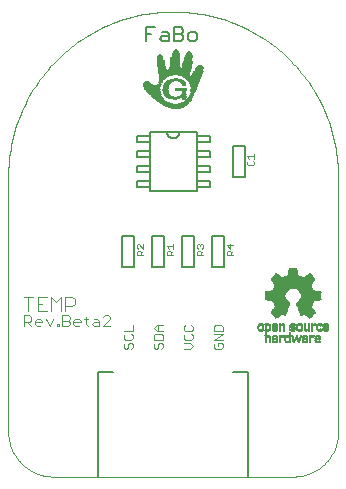
<source format=gto>
G75*
%MOIN*%
%OFA0B0*%
%FSLAX25Y25*%
%IPPOS*%
%LPD*%
%AMOC8*
5,1,8,0,0,1.08239X$1,22.5*
%
%ADD10C,0.00400*%
%ADD11C,0.00300*%
%ADD12C,0.00000*%
%ADD13C,0.00500*%
%ADD14C,0.00200*%
%ADD15R,0.01012X0.00046*%
%ADD16R,0.01840X0.00046*%
%ADD17R,0.02438X0.00046*%
%ADD18R,0.02852X0.00046*%
%ADD19R,0.03266X0.00046*%
%ADD20R,0.03634X0.00046*%
%ADD21R,0.03910X0.00046*%
%ADD22R,0.04232X0.00046*%
%ADD23R,0.04462X0.00046*%
%ADD24R,0.04738X0.00046*%
%ADD25R,0.04968X0.00046*%
%ADD26R,0.05198X0.00046*%
%ADD27R,0.05428X0.00046*%
%ADD28R,0.05612X0.00046*%
%ADD29R,0.05750X0.00046*%
%ADD30R,0.05980X0.00046*%
%ADD31R,0.06164X0.00046*%
%ADD32R,0.06394X0.00046*%
%ADD33R,0.06532X0.00046*%
%ADD34R,0.06716X0.00046*%
%ADD35R,0.06854X0.00046*%
%ADD36R,0.07038X0.00046*%
%ADD37R,0.07176X0.00046*%
%ADD38R,0.07360X0.00046*%
%ADD39R,0.07498X0.00046*%
%ADD40R,0.07636X0.00046*%
%ADD41R,0.07774X0.00046*%
%ADD42R,0.07958X0.00046*%
%ADD43R,0.08096X0.00046*%
%ADD44R,0.08234X0.00046*%
%ADD45R,0.08326X0.00046*%
%ADD46R,0.08464X0.00046*%
%ADD47R,0.08602X0.00046*%
%ADD48R,0.04048X0.00046*%
%ADD49R,0.03496X0.00046*%
%ADD50R,0.03772X0.00046*%
%ADD51R,0.03174X0.00046*%
%ADD52R,0.03588X0.00046*%
%ADD53R,0.03036X0.00046*%
%ADD54R,0.03542X0.00046*%
%ADD55R,0.03404X0.00046*%
%ADD56R,0.02760X0.00046*%
%ADD57R,0.03312X0.00046*%
%ADD58R,0.02668X0.00046*%
%ADD59R,0.03220X0.00046*%
%ADD60R,0.02576X0.00046*%
%ADD61R,0.03220X0.00046*%
%ADD62R,0.02484X0.00046*%
%ADD63R,0.03128X0.00046*%
%ADD64R,0.02346X0.00046*%
%ADD65R,0.02300X0.00046*%
%ADD66R,0.02254X0.00046*%
%ADD67R,0.02990X0.00046*%
%ADD68R,0.02162X0.00046*%
%ADD69R,0.02944X0.00046*%
%ADD70R,0.02116X0.00046*%
%ADD71R,0.02070X0.00046*%
%ADD72R,0.02024X0.00046*%
%ADD73R,0.02898X0.00046*%
%ADD74R,0.01978X0.00046*%
%ADD75R,0.01932X0.00046*%
%ADD76R,0.02898X0.00046*%
%ADD77R,0.01886X0.00046*%
%ADD78R,0.01840X0.00046*%
%ADD79R,0.01794X0.00046*%
%ADD80R,0.01748X0.00046*%
%ADD81R,0.01702X0.00046*%
%ADD82R,0.01656X0.00046*%
%ADD83R,0.01564X0.00046*%
%ADD84R,0.01610X0.00046*%
%ADD85R,0.02990X0.00046*%
%ADD86R,0.00506X0.00046*%
%ADD87R,0.01288X0.00046*%
%ADD88R,0.01518X0.00046*%
%ADD89R,0.01564X0.00046*%
%ADD90R,0.01334X0.00046*%
%ADD91R,0.01380X0.00046*%
%ADD92R,0.03082X0.00046*%
%ADD93R,0.01426X0.00046*%
%ADD94R,0.03818X0.00046*%
%ADD95R,0.04002X0.00046*%
%ADD96R,0.01472X0.00046*%
%ADD97R,0.04278X0.00046*%
%ADD98R,0.04462X0.00046*%
%ADD99R,0.04600X0.00046*%
%ADD100R,0.04784X0.00046*%
%ADD101R,0.01426X0.00046*%
%ADD102R,0.06440X0.00046*%
%ADD103R,0.06486X0.00046*%
%ADD104R,0.06578X0.00046*%
%ADD105R,0.02208X0.00046*%
%ADD106R,0.02714X0.00046*%
%ADD107R,0.03358X0.00046*%
%ADD108R,0.02070X0.00046*%
%ADD109R,0.03404X0.00046*%
%ADD110R,0.03450X0.00046*%
%ADD111R,0.01978X0.00046*%
%ADD112R,0.03634X0.00046*%
%ADD113R,0.03680X0.00046*%
%ADD114R,0.03726X0.00046*%
%ADD115R,0.03864X0.00046*%
%ADD116R,0.03956X0.00046*%
%ADD117R,0.04094X0.00046*%
%ADD118R,0.04140X0.00046*%
%ADD119R,0.04140X0.00046*%
%ADD120R,0.04186X0.00046*%
%ADD121R,0.01748X0.00046*%
%ADD122R,0.04324X0.00046*%
%ADD123R,0.04370X0.00046*%
%ADD124R,0.04416X0.00046*%
%ADD125R,0.04508X0.00046*%
%ADD126R,0.01656X0.00046*%
%ADD127R,0.04554X0.00046*%
%ADD128R,0.04646X0.00046*%
%ADD129R,0.04692X0.00046*%
%ADD130R,0.04784X0.00046*%
%ADD131R,0.04830X0.00046*%
%ADD132R,0.04876X0.00046*%
%ADD133R,0.04922X0.00046*%
%ADD134R,0.05014X0.00046*%
%ADD135R,0.05060X0.00046*%
%ADD136R,0.05106X0.00046*%
%ADD137R,0.05152X0.00046*%
%ADD138R,0.05244X0.00046*%
%ADD139R,0.05290X0.00046*%
%ADD140R,0.05382X0.00046*%
%ADD141R,0.02162X0.00046*%
%ADD142R,0.05474X0.00046*%
%ADD143R,0.05520X0.00046*%
%ADD144R,0.05566X0.00046*%
%ADD145R,0.05612X0.00046*%
%ADD146R,0.02392X0.00046*%
%ADD147R,0.05658X0.00046*%
%ADD148R,0.05704X0.00046*%
%ADD149R,0.02484X0.00046*%
%ADD150R,0.02530X0.00046*%
%ADD151R,0.05796X0.00046*%
%ADD152R,0.01242X0.00046*%
%ADD153R,0.01150X0.00046*%
%ADD154R,0.01104X0.00046*%
%ADD155R,0.02806X0.00046*%
%ADD156R,0.01058X0.00046*%
%ADD157R,0.01012X0.00046*%
%ADD158R,0.00966X0.00046*%
%ADD159R,0.02622X0.00046*%
%ADD160R,0.02576X0.00046*%
%ADD161R,0.02392X0.00046*%
%ADD162R,0.01334X0.00046*%
%ADD163R,0.00874X0.00046*%
%ADD164R,0.03726X0.00046*%
%ADD165R,0.00552X0.00046*%
%ADD166R,0.01196X0.00046*%
%ADD167R,0.01242X0.00046*%
%ADD168R,0.05336X0.00046*%
%ADD169R,0.02668X0.00046*%
%ADD170R,0.04876X0.00046*%
%ADD171R,0.05290X0.00046*%
%ADD172R,0.05520X0.00046*%
%ADD173R,0.05704X0.00046*%
%ADD174R,0.05888X0.00046*%
%ADD175R,0.05934X0.00046*%
%ADD176R,0.02806X0.00046*%
%ADD177R,0.06026X0.00046*%
%ADD178R,0.06164X0.00046*%
%ADD179R,0.06256X0.00046*%
%ADD180R,0.06348X0.00046*%
%ADD181R,0.03128X0.00046*%
%ADD182R,0.03956X0.00046*%
%ADD183R,0.10258X0.00046*%
%ADD184R,0.10304X0.00046*%
%ADD185R,0.10350X0.00046*%
%ADD186R,0.10396X0.00046*%
%ADD187R,0.10442X0.00046*%
%ADD188R,0.10488X0.00046*%
%ADD189R,0.10534X0.00046*%
%ADD190R,0.10580X0.00046*%
%ADD191R,0.07406X0.00046*%
%ADD192R,0.00736X0.00046*%
%ADD193R,0.03312X0.00046*%
%ADD194R,0.00920X0.00046*%
%ADD195R,0.00828X0.00046*%
%ADD196R,0.00690X0.00046*%
%ADD197R,0.00230X0.00046*%
%ADD198R,0.00782X0.00046*%
%ADD199R,0.00644X0.00046*%
%ADD200R,0.00276X0.00046*%
%ADD201R,0.00414X0.00046*%
%ADD202R,0.00650X0.00050*%
%ADD203R,0.00950X0.00050*%
%ADD204R,0.00800X0.00050*%
%ADD205R,0.00550X0.00050*%
%ADD206R,0.00600X0.00050*%
%ADD207R,0.01750X0.00050*%
%ADD208R,0.01000X0.00050*%
%ADD209R,0.01200X0.00050*%
%ADD210R,0.01800X0.00050*%
%ADD211R,0.01350X0.00050*%
%ADD212R,0.01900X0.00050*%
%ADD213R,0.00700X0.00050*%
%ADD214R,0.01850X0.00050*%
%ADD215R,0.01500X0.00050*%
%ADD216R,0.01950X0.00050*%
%ADD217R,0.01650X0.00050*%
%ADD218R,0.00750X0.00050*%
%ADD219R,0.02000X0.00050*%
%ADD220R,0.02050X0.00050*%
%ADD221R,0.00850X0.00050*%
%ADD222R,0.02100X0.00050*%
%ADD223R,0.00900X0.00050*%
%ADD224R,0.00450X0.00050*%
%ADD225R,0.00300X0.00050*%
%ADD226R,0.00200X0.00050*%
%ADD227R,0.01050X0.00050*%
%ADD228R,0.00100X0.00050*%
%ADD229R,0.01100X0.00050*%
%ADD230R,0.01150X0.00050*%
%ADD231R,0.02200X0.00050*%
%ADD232R,0.01250X0.00050*%
%ADD233R,0.00150X0.00050*%
%ADD234R,0.00250X0.00050*%
%ADD235R,0.00500X0.00050*%
%ADD236R,0.01550X0.00050*%
%ADD237R,0.01600X0.00050*%
%ADD238R,0.01700X0.00050*%
%ADD239R,0.01400X0.00050*%
%ADD240R,0.01300X0.00050*%
%ADD241R,0.00400X0.00050*%
%ADD242R,0.01450X0.00050*%
%ADD243R,0.02150X0.00050*%
%ADD244R,0.00350X0.00050*%
%ADD245R,0.00050X0.00050*%
%ADD246R,0.02250X0.00050*%
%ADD247R,0.02400X0.00050*%
%ADD248R,0.02500X0.00050*%
%ADD249R,0.02650X0.00050*%
%ADD250R,0.02750X0.00050*%
%ADD251R,0.02900X0.00050*%
%ADD252R,0.03000X0.00050*%
%ADD253R,0.03150X0.00050*%
%ADD254R,0.03250X0.00050*%
%ADD255R,0.04600X0.00050*%
%ADD256R,0.04650X0.00050*%
%ADD257R,0.04750X0.00050*%
%ADD258R,0.04800X0.00050*%
%ADD259R,0.04900X0.00050*%
%ADD260R,0.04950X0.00050*%
%ADD261R,0.05000X0.00050*%
%ADD262R,0.05100X0.00050*%
%ADD263R,0.05150X0.00050*%
%ADD264R,0.05200X0.00050*%
%ADD265R,0.05250X0.00050*%
%ADD266R,0.05050X0.00050*%
%ADD267R,0.04850X0.00050*%
%ADD268R,0.05300X0.00050*%
%ADD269R,0.05350X0.00050*%
%ADD270R,0.05450X0.00050*%
%ADD271R,0.05500X0.00050*%
%ADD272R,0.05550X0.00050*%
%ADD273R,0.05650X0.00050*%
%ADD274R,0.05600X0.00050*%
%ADD275R,0.05400X0.00050*%
%ADD276R,0.05700X0.00050*%
%ADD277R,0.05900X0.00050*%
%ADD278R,0.06150X0.00050*%
%ADD279R,0.06350X0.00050*%
%ADD280R,0.06550X0.00050*%
%ADD281R,0.06850X0.00050*%
%ADD282R,0.07050X0.00050*%
%ADD283R,0.07100X0.00050*%
%ADD284R,0.07000X0.00050*%
%ADD285R,0.06950X0.00050*%
%ADD286R,0.06900X0.00050*%
%ADD287R,0.06800X0.00050*%
%ADD288R,0.06600X0.00050*%
%ADD289R,0.05750X0.00050*%
%ADD290R,0.06050X0.00050*%
%ADD291R,0.13050X0.00050*%
%ADD292R,0.12950X0.00050*%
%ADD293R,0.12850X0.00050*%
%ADD294R,0.12750X0.00050*%
%ADD295R,0.12650X0.00050*%
%ADD296R,0.12550X0.00050*%
%ADD297R,0.12450X0.00050*%
%ADD298R,0.12350X0.00050*%
%ADD299R,0.12250X0.00050*%
%ADD300R,0.12150X0.00050*%
%ADD301R,0.13150X0.00050*%
%ADD302R,0.13250X0.00050*%
%ADD303R,0.13350X0.00050*%
%ADD304R,0.13450X0.00050*%
%ADD305R,0.13550X0.00050*%
%ADD306R,0.13650X0.00050*%
%ADD307R,0.13750X0.00050*%
%ADD308R,0.13850X0.00050*%
%ADD309R,0.13950X0.00050*%
%ADD310R,0.14050X0.00050*%
%ADD311R,0.14150X0.00050*%
%ADD312R,0.14250X0.00050*%
%ADD313R,0.14350X0.00050*%
%ADD314R,0.14450X0.00050*%
%ADD315R,0.14550X0.00050*%
%ADD316R,0.14650X0.00050*%
%ADD317R,0.14750X0.00050*%
%ADD318R,0.14850X0.00050*%
%ADD319R,0.14950X0.00050*%
%ADD320R,0.03450X0.00050*%
%ADD321R,0.06750X0.00050*%
%ADD322R,0.03300X0.00050*%
%ADD323R,0.06450X0.00050*%
%ADD324R,0.03200X0.00050*%
%ADD325R,0.06250X0.00050*%
%ADD326R,0.03050X0.00050*%
%ADD327R,0.05950X0.00050*%
%ADD328R,0.02950X0.00050*%
%ADD329R,0.02850X0.00050*%
%ADD330R,0.02800X0.00050*%
%ADD331R,0.02700X0.00050*%
%ADD332R,0.02600X0.00050*%
%ADD333R,0.02450X0.00050*%
%ADD334R,0.02350X0.00050*%
%ADD335R,0.04550X0.00050*%
%ADD336R,0.04250X0.00050*%
%ADD337R,0.04050X0.00050*%
%ADD338R,0.03750X0.00050*%
%ADD339R,0.03650X0.00050*%
%ADD340R,0.03550X0.00050*%
%ADD341R,0.03350X0.00050*%
%ADD342C,0.00600*%
D10*
X0013535Y0074206D02*
X0013535Y0078810D01*
X0015069Y0078810D02*
X0012000Y0078810D01*
X0016604Y0078810D02*
X0016604Y0074206D01*
X0019673Y0074206D01*
X0018139Y0076508D02*
X0016604Y0076508D01*
X0016604Y0078810D02*
X0019673Y0078810D01*
X0021208Y0078810D02*
X0021208Y0074206D01*
X0022742Y0077275D02*
X0024277Y0078810D01*
X0024277Y0074206D01*
X0025812Y0074206D02*
X0025812Y0078810D01*
X0028114Y0078810D01*
X0028881Y0078043D01*
X0028881Y0076508D01*
X0028114Y0075741D01*
X0025812Y0075741D01*
X0022742Y0077275D02*
X0021208Y0078810D01*
D11*
X0024841Y0072859D02*
X0026693Y0072859D01*
X0027310Y0072242D01*
X0027310Y0071625D01*
X0026693Y0071007D01*
X0024841Y0071007D01*
X0023617Y0069773D02*
X0023617Y0069156D01*
X0022999Y0069156D01*
X0022999Y0069773D01*
X0023617Y0069773D01*
X0024841Y0069156D02*
X0026693Y0069156D01*
X0027310Y0069773D01*
X0027310Y0070390D01*
X0026693Y0071007D01*
X0024841Y0069156D02*
X0024841Y0072859D01*
X0021785Y0071625D02*
X0020551Y0069156D01*
X0019316Y0071625D01*
X0018102Y0071007D02*
X0018102Y0070390D01*
X0015633Y0070390D01*
X0015633Y0069773D02*
X0015633Y0071007D01*
X0016250Y0071625D01*
X0017485Y0071625D01*
X0018102Y0071007D01*
X0017485Y0069156D02*
X0016250Y0069156D01*
X0015633Y0069773D01*
X0014419Y0069156D02*
X0013184Y0070390D01*
X0013802Y0070390D02*
X0014419Y0071007D01*
X0014419Y0072242D01*
X0013802Y0072859D01*
X0011950Y0072859D01*
X0011950Y0069156D01*
X0011950Y0070390D02*
X0013802Y0070390D01*
X0028524Y0070390D02*
X0030993Y0070390D01*
X0030993Y0071007D01*
X0030376Y0071625D01*
X0029141Y0071625D01*
X0028524Y0071007D01*
X0028524Y0069773D01*
X0029141Y0069156D01*
X0030376Y0069156D01*
X0032824Y0069773D02*
X0033442Y0069156D01*
X0032824Y0069773D02*
X0032824Y0072242D01*
X0032207Y0071625D02*
X0033442Y0071625D01*
X0035280Y0071625D02*
X0036514Y0071625D01*
X0037131Y0071007D01*
X0037131Y0069156D01*
X0035280Y0069156D01*
X0034663Y0069773D01*
X0035280Y0070390D01*
X0037131Y0070390D01*
X0038346Y0069156D02*
X0040815Y0071625D01*
X0040815Y0072242D01*
X0040197Y0072859D01*
X0038963Y0072859D01*
X0038346Y0072242D01*
X0038346Y0069156D02*
X0040815Y0069156D01*
X0045348Y0067549D02*
X0048250Y0067549D01*
X0048250Y0069484D01*
X0047766Y0066537D02*
X0048250Y0066054D01*
X0048250Y0065086D01*
X0047766Y0064602D01*
X0045831Y0064602D01*
X0045348Y0065086D01*
X0045348Y0066054D01*
X0045831Y0066537D01*
X0045831Y0063591D02*
X0045348Y0063107D01*
X0045348Y0062140D01*
X0045831Y0061656D01*
X0046315Y0061656D01*
X0046799Y0062140D01*
X0046799Y0063107D01*
X0047283Y0063591D01*
X0047766Y0063591D01*
X0048250Y0063107D01*
X0048250Y0062140D01*
X0047766Y0061656D01*
X0055348Y0062140D02*
X0055831Y0061656D01*
X0056315Y0061656D01*
X0056799Y0062140D01*
X0056799Y0063107D01*
X0057283Y0063591D01*
X0057766Y0063591D01*
X0058250Y0063107D01*
X0058250Y0062140D01*
X0057766Y0061656D01*
X0055831Y0063591D02*
X0055348Y0063107D01*
X0055348Y0062140D01*
X0055348Y0064602D02*
X0055348Y0066054D01*
X0055831Y0066537D01*
X0057766Y0066537D01*
X0058250Y0066054D01*
X0058250Y0064602D01*
X0055348Y0064602D01*
X0056315Y0067549D02*
X0055348Y0068516D01*
X0056315Y0069484D01*
X0058250Y0069484D01*
X0058250Y0067549D02*
X0056315Y0067549D01*
X0056799Y0067549D02*
X0056799Y0069484D01*
X0065348Y0069000D02*
X0065348Y0068033D01*
X0065831Y0067549D01*
X0067766Y0067549D01*
X0068250Y0068033D01*
X0068250Y0069000D01*
X0067766Y0069484D01*
X0065831Y0069484D02*
X0065348Y0069000D01*
X0065831Y0066537D02*
X0065348Y0066054D01*
X0065348Y0065086D01*
X0065831Y0064602D01*
X0067766Y0064602D01*
X0068250Y0065086D01*
X0068250Y0066054D01*
X0067766Y0066537D01*
X0067283Y0063591D02*
X0065348Y0063591D01*
X0065348Y0061656D02*
X0067283Y0061656D01*
X0068250Y0062623D01*
X0067283Y0063591D01*
X0075348Y0063107D02*
X0075348Y0062140D01*
X0075831Y0061656D01*
X0077766Y0061656D01*
X0078250Y0062140D01*
X0078250Y0063107D01*
X0077766Y0063591D01*
X0076799Y0063591D01*
X0076799Y0062623D01*
X0075831Y0063591D02*
X0075348Y0063107D01*
X0075348Y0064602D02*
X0078250Y0066537D01*
X0075348Y0066537D01*
X0075348Y0067549D02*
X0075348Y0069000D01*
X0075831Y0069484D01*
X0077766Y0069484D01*
X0078250Y0069000D01*
X0078250Y0067549D01*
X0075348Y0067549D01*
X0075348Y0064602D02*
X0078250Y0064602D01*
D12*
X0101800Y0019006D02*
X0021800Y0019006D01*
X0021438Y0019010D01*
X0021075Y0019024D01*
X0020713Y0019045D01*
X0020352Y0019076D01*
X0019992Y0019115D01*
X0019633Y0019163D01*
X0019275Y0019220D01*
X0018918Y0019285D01*
X0018563Y0019359D01*
X0018210Y0019442D01*
X0017859Y0019533D01*
X0017511Y0019632D01*
X0017165Y0019740D01*
X0016821Y0019856D01*
X0016481Y0019981D01*
X0016144Y0020113D01*
X0015810Y0020254D01*
X0015479Y0020403D01*
X0015152Y0020560D01*
X0014829Y0020724D01*
X0014510Y0020896D01*
X0014196Y0021076D01*
X0013885Y0021264D01*
X0013580Y0021459D01*
X0013279Y0021661D01*
X0012983Y0021871D01*
X0012693Y0022087D01*
X0012407Y0022311D01*
X0012127Y0022541D01*
X0011853Y0022778D01*
X0011585Y0023022D01*
X0011322Y0023272D01*
X0011066Y0023528D01*
X0010816Y0023791D01*
X0010572Y0024059D01*
X0010335Y0024333D01*
X0010105Y0024613D01*
X0009881Y0024899D01*
X0009665Y0025189D01*
X0009455Y0025485D01*
X0009253Y0025786D01*
X0009058Y0026091D01*
X0008870Y0026402D01*
X0008690Y0026716D01*
X0008518Y0027035D01*
X0008354Y0027358D01*
X0008197Y0027685D01*
X0008048Y0028016D01*
X0007907Y0028350D01*
X0007775Y0028687D01*
X0007650Y0029027D01*
X0007534Y0029371D01*
X0007426Y0029717D01*
X0007327Y0030065D01*
X0007236Y0030416D01*
X0007153Y0030769D01*
X0007079Y0031124D01*
X0007014Y0031481D01*
X0006957Y0031839D01*
X0006909Y0032198D01*
X0006870Y0032558D01*
X0006839Y0032919D01*
X0006818Y0033281D01*
X0006804Y0033644D01*
X0006800Y0034006D01*
X0006800Y0119006D01*
X0006816Y0120345D01*
X0006865Y0121684D01*
X0006947Y0123021D01*
X0007061Y0124355D01*
X0007207Y0125687D01*
X0007386Y0127014D01*
X0007597Y0128337D01*
X0007841Y0129654D01*
X0008116Y0130965D01*
X0008423Y0132268D01*
X0008762Y0133564D01*
X0009132Y0134851D01*
X0009533Y0136129D01*
X0009966Y0137397D01*
X0010429Y0138654D01*
X0010923Y0139899D01*
X0011447Y0141132D01*
X0012000Y0142351D01*
X0012584Y0143557D01*
X0013196Y0144748D01*
X0013837Y0145924D01*
X0014507Y0147084D01*
X0015205Y0148227D01*
X0015930Y0149353D01*
X0016683Y0150461D01*
X0017462Y0151551D01*
X0018268Y0152621D01*
X0019099Y0153671D01*
X0019956Y0154700D01*
X0020838Y0155709D01*
X0021743Y0156695D01*
X0022673Y0157659D01*
X0023626Y0158601D01*
X0024601Y0159519D01*
X0025599Y0160412D01*
X0026618Y0161282D01*
X0027658Y0162126D01*
X0028718Y0162944D01*
X0029798Y0163737D01*
X0030896Y0164503D01*
X0032014Y0165242D01*
X0033148Y0165954D01*
X0034300Y0166637D01*
X0035468Y0167293D01*
X0036652Y0167920D01*
X0037850Y0168518D01*
X0039063Y0169086D01*
X0040289Y0169625D01*
X0041528Y0170134D01*
X0042779Y0170612D01*
X0044042Y0171060D01*
X0045314Y0171477D01*
X0046597Y0171863D01*
X0047889Y0172218D01*
X0049189Y0172541D01*
X0050496Y0172832D01*
X0051810Y0173091D01*
X0053130Y0173318D01*
X0054455Y0173513D01*
X0055785Y0173676D01*
X0057118Y0173806D01*
X0058453Y0173904D01*
X0059791Y0173969D01*
X0061130Y0174002D01*
X0062470Y0174002D01*
X0063809Y0173969D01*
X0065147Y0173904D01*
X0066482Y0173806D01*
X0067815Y0173676D01*
X0069145Y0173513D01*
X0070470Y0173318D01*
X0071790Y0173091D01*
X0073104Y0172832D01*
X0074411Y0172541D01*
X0075711Y0172218D01*
X0077003Y0171863D01*
X0078286Y0171477D01*
X0079558Y0171060D01*
X0080821Y0170612D01*
X0082072Y0170134D01*
X0083311Y0169625D01*
X0084537Y0169086D01*
X0085750Y0168518D01*
X0086948Y0167920D01*
X0088132Y0167293D01*
X0089300Y0166637D01*
X0090452Y0165954D01*
X0091586Y0165242D01*
X0092704Y0164503D01*
X0093802Y0163737D01*
X0094882Y0162944D01*
X0095942Y0162126D01*
X0096982Y0161282D01*
X0098001Y0160412D01*
X0098999Y0159519D01*
X0099974Y0158601D01*
X0100927Y0157659D01*
X0101857Y0156695D01*
X0102762Y0155709D01*
X0103644Y0154700D01*
X0104501Y0153671D01*
X0105332Y0152621D01*
X0106138Y0151551D01*
X0106917Y0150461D01*
X0107670Y0149353D01*
X0108395Y0148227D01*
X0109093Y0147084D01*
X0109763Y0145924D01*
X0110404Y0144748D01*
X0111016Y0143557D01*
X0111600Y0142351D01*
X0112153Y0141132D01*
X0112677Y0139899D01*
X0113171Y0138654D01*
X0113634Y0137397D01*
X0114067Y0136129D01*
X0114468Y0134851D01*
X0114838Y0133564D01*
X0115177Y0132268D01*
X0115484Y0130965D01*
X0115759Y0129654D01*
X0116003Y0128337D01*
X0116214Y0127014D01*
X0116393Y0125687D01*
X0116539Y0124355D01*
X0116653Y0123021D01*
X0116735Y0121684D01*
X0116784Y0120345D01*
X0116800Y0119006D01*
X0116800Y0034006D01*
X0116796Y0033644D01*
X0116782Y0033281D01*
X0116761Y0032919D01*
X0116730Y0032558D01*
X0116691Y0032198D01*
X0116643Y0031839D01*
X0116586Y0031481D01*
X0116521Y0031124D01*
X0116447Y0030769D01*
X0116364Y0030416D01*
X0116273Y0030065D01*
X0116174Y0029717D01*
X0116066Y0029371D01*
X0115950Y0029027D01*
X0115825Y0028687D01*
X0115693Y0028350D01*
X0115552Y0028016D01*
X0115403Y0027685D01*
X0115246Y0027358D01*
X0115082Y0027035D01*
X0114910Y0026716D01*
X0114730Y0026402D01*
X0114542Y0026091D01*
X0114347Y0025786D01*
X0114145Y0025485D01*
X0113935Y0025189D01*
X0113719Y0024899D01*
X0113495Y0024613D01*
X0113265Y0024333D01*
X0113028Y0024059D01*
X0112784Y0023791D01*
X0112534Y0023528D01*
X0112278Y0023272D01*
X0112015Y0023022D01*
X0111747Y0022778D01*
X0111473Y0022541D01*
X0111193Y0022311D01*
X0110907Y0022087D01*
X0110617Y0021871D01*
X0110321Y0021661D01*
X0110020Y0021459D01*
X0109715Y0021264D01*
X0109404Y0021076D01*
X0109090Y0020896D01*
X0108771Y0020724D01*
X0108448Y0020560D01*
X0108121Y0020403D01*
X0107790Y0020254D01*
X0107456Y0020113D01*
X0107119Y0019981D01*
X0106779Y0019856D01*
X0106435Y0019740D01*
X0106089Y0019632D01*
X0105741Y0019533D01*
X0105390Y0019442D01*
X0105037Y0019359D01*
X0104682Y0019285D01*
X0104325Y0019220D01*
X0103967Y0019163D01*
X0103608Y0019115D01*
X0103248Y0019076D01*
X0102887Y0019045D01*
X0102525Y0019024D01*
X0102162Y0019010D01*
X0101800Y0019006D01*
D13*
X0086800Y0019006D02*
X0086800Y0054006D01*
X0081800Y0054006D01*
X0078769Y0088888D02*
X0074831Y0088888D01*
X0074831Y0098730D01*
X0074831Y0099124D02*
X0078769Y0099124D01*
X0078769Y0088888D01*
X0068769Y0088888D02*
X0068769Y0099124D01*
X0064831Y0099124D01*
X0064831Y0098730D02*
X0064831Y0088888D01*
X0068769Y0088888D01*
X0058769Y0088888D02*
X0058769Y0099124D01*
X0054831Y0099124D01*
X0054831Y0098730D02*
X0054831Y0088888D01*
X0058769Y0088888D01*
X0048769Y0088888D02*
X0048769Y0099124D01*
X0044831Y0099124D01*
X0044831Y0098730D02*
X0044831Y0088888D01*
X0048769Y0088888D01*
X0041800Y0054006D02*
X0036800Y0054006D01*
X0036800Y0019006D01*
X0081631Y0118888D02*
X0085569Y0118888D01*
X0085569Y0129124D01*
X0081631Y0129124D01*
X0081631Y0128730D02*
X0081631Y0118888D01*
X0063800Y0133806D02*
X0063798Y0133718D01*
X0063792Y0133629D01*
X0063782Y0133541D01*
X0063769Y0133454D01*
X0063751Y0133367D01*
X0063730Y0133281D01*
X0063705Y0133196D01*
X0063676Y0133113D01*
X0063643Y0133030D01*
X0063607Y0132950D01*
X0063568Y0132871D01*
X0063525Y0132793D01*
X0063478Y0132718D01*
X0063428Y0132645D01*
X0063375Y0132574D01*
X0063319Y0132505D01*
X0063260Y0132439D01*
X0063198Y0132376D01*
X0063134Y0132316D01*
X0063067Y0132258D01*
X0062997Y0132204D01*
X0062925Y0132152D01*
X0062851Y0132104D01*
X0062774Y0132059D01*
X0062696Y0132018D01*
X0062616Y0131980D01*
X0062535Y0131946D01*
X0062452Y0131915D01*
X0062367Y0131888D01*
X0062282Y0131865D01*
X0062196Y0131846D01*
X0062108Y0131830D01*
X0062021Y0131818D01*
X0061933Y0131810D01*
X0061844Y0131806D01*
X0061756Y0131806D01*
X0061667Y0131810D01*
X0061579Y0131818D01*
X0061492Y0131830D01*
X0061404Y0131846D01*
X0061318Y0131865D01*
X0061233Y0131888D01*
X0061148Y0131915D01*
X0061065Y0131946D01*
X0060984Y0131980D01*
X0060904Y0132018D01*
X0060826Y0132059D01*
X0060749Y0132104D01*
X0060675Y0132152D01*
X0060603Y0132204D01*
X0060533Y0132258D01*
X0060466Y0132316D01*
X0060402Y0132376D01*
X0060340Y0132439D01*
X0060281Y0132505D01*
X0060225Y0132574D01*
X0060172Y0132645D01*
X0060122Y0132718D01*
X0060075Y0132793D01*
X0060032Y0132871D01*
X0059993Y0132950D01*
X0059957Y0133030D01*
X0059924Y0133113D01*
X0059895Y0133196D01*
X0059870Y0133281D01*
X0059849Y0133367D01*
X0059831Y0133454D01*
X0059818Y0133541D01*
X0059808Y0133629D01*
X0059802Y0133718D01*
X0059800Y0133806D01*
X0060449Y0164256D02*
X0058197Y0164256D01*
X0057446Y0165007D01*
X0058197Y0165757D01*
X0060449Y0165757D01*
X0060449Y0166508D02*
X0060449Y0164256D01*
X0062050Y0164256D02*
X0064302Y0164256D01*
X0065053Y0165007D01*
X0065053Y0165757D01*
X0064302Y0166508D01*
X0062050Y0166508D01*
X0062050Y0168760D02*
X0064302Y0168760D01*
X0065053Y0168009D01*
X0065053Y0167258D01*
X0064302Y0166508D01*
X0066654Y0166508D02*
X0066654Y0165007D01*
X0067405Y0164256D01*
X0068906Y0164256D01*
X0069656Y0165007D01*
X0069656Y0166508D01*
X0068906Y0167258D01*
X0067405Y0167258D01*
X0066654Y0166508D01*
X0062050Y0164256D02*
X0062050Y0168760D01*
X0060449Y0166508D02*
X0059698Y0167258D01*
X0058197Y0167258D01*
X0055845Y0168760D02*
X0052842Y0168760D01*
X0052842Y0164256D01*
X0052842Y0166508D02*
X0054343Y0166508D01*
D14*
X0086454Y0125748D02*
X0088656Y0125748D01*
X0088656Y0125014D02*
X0088656Y0126482D01*
X0087188Y0125014D02*
X0086454Y0125748D01*
X0086821Y0124272D02*
X0086454Y0123905D01*
X0086454Y0123171D01*
X0086821Y0122804D01*
X0088289Y0122804D01*
X0088656Y0123171D01*
X0088656Y0123905D01*
X0088289Y0124272D01*
X0080755Y0096482D02*
X0080755Y0095014D01*
X0079654Y0096115D01*
X0081856Y0096115D01*
X0081856Y0094272D02*
X0081122Y0093538D01*
X0081122Y0093905D02*
X0081122Y0092804D01*
X0081856Y0092804D02*
X0079654Y0092804D01*
X0079654Y0093905D01*
X0080021Y0094272D01*
X0080755Y0094272D01*
X0081122Y0093905D01*
X0071856Y0094272D02*
X0071122Y0093538D01*
X0071122Y0093905D02*
X0071122Y0092804D01*
X0071856Y0092804D02*
X0069654Y0092804D01*
X0069654Y0093905D01*
X0070021Y0094272D01*
X0070755Y0094272D01*
X0071122Y0093905D01*
X0071489Y0095014D02*
X0071856Y0095381D01*
X0071856Y0096115D01*
X0071489Y0096482D01*
X0071122Y0096482D01*
X0070755Y0096115D01*
X0070755Y0095748D01*
X0070755Y0096115D02*
X0070388Y0096482D01*
X0070021Y0096482D01*
X0069654Y0096115D01*
X0069654Y0095381D01*
X0070021Y0095014D01*
X0061856Y0095014D02*
X0061856Y0096482D01*
X0061856Y0095748D02*
X0059654Y0095748D01*
X0060388Y0095014D01*
X0060021Y0094272D02*
X0060755Y0094272D01*
X0061122Y0093905D01*
X0061122Y0092804D01*
X0061856Y0092804D02*
X0059654Y0092804D01*
X0059654Y0093905D01*
X0060021Y0094272D01*
X0061122Y0093538D02*
X0061856Y0094272D01*
X0051856Y0094272D02*
X0051122Y0093538D01*
X0051122Y0093905D02*
X0051122Y0092804D01*
X0051856Y0092804D02*
X0049654Y0092804D01*
X0049654Y0093905D01*
X0050021Y0094272D01*
X0050755Y0094272D01*
X0051122Y0093905D01*
X0051856Y0095014D02*
X0050388Y0096482D01*
X0050021Y0096482D01*
X0049654Y0096115D01*
X0049654Y0095381D01*
X0050021Y0095014D01*
X0051856Y0095014D02*
X0051856Y0096482D01*
D15*
X0062679Y0141506D03*
D16*
X0062679Y0141552D03*
X0065209Y0146014D03*
X0066635Y0144082D03*
X0068521Y0147762D03*
X0068521Y0147808D03*
X0064703Y0150476D03*
X0059965Y0150016D03*
X0059919Y0149970D03*
X0059827Y0149832D03*
X0059781Y0149786D03*
X0059735Y0149694D03*
X0058079Y0151442D03*
X0059735Y0146060D03*
X0059781Y0146014D03*
X0053065Y0150246D03*
X0062679Y0160320D03*
X0067049Y0159722D03*
D17*
X0066934Y0158940D03*
X0066934Y0158894D03*
X0062656Y0159584D03*
X0062656Y0159630D03*
X0057596Y0157422D03*
X0057596Y0157376D03*
X0057596Y0157330D03*
X0058378Y0151902D03*
X0061046Y0150706D03*
X0060632Y0145416D03*
X0062656Y0141598D03*
X0064910Y0145600D03*
X0065784Y0143392D03*
X0068682Y0148912D03*
X0068682Y0148958D03*
X0053134Y0149924D03*
D18*
X0058079Y0154846D03*
X0058033Y0155030D03*
X0058033Y0155076D03*
X0057987Y0155168D03*
X0057987Y0155214D03*
X0057987Y0155260D03*
X0057941Y0155398D03*
X0057941Y0155444D03*
X0058539Y0152132D03*
X0062587Y0158710D03*
X0062587Y0158756D03*
X0062587Y0158802D03*
X0062587Y0158848D03*
X0065945Y0152362D03*
X0068705Y0149556D03*
X0070407Y0154386D03*
X0070407Y0154432D03*
X0066773Y0157790D03*
X0066773Y0157836D03*
X0066773Y0157882D03*
X0066773Y0157928D03*
X0060931Y0145370D03*
X0062679Y0141644D03*
X0065347Y0143162D03*
X0057711Y0144174D03*
D19*
X0056446Y0145416D03*
X0056400Y0145462D03*
X0058746Y0152316D03*
X0062426Y0157192D03*
X0062426Y0157238D03*
X0062426Y0157284D03*
X0062426Y0157330D03*
X0062426Y0157376D03*
X0068682Y0150062D03*
X0069878Y0153098D03*
X0069878Y0153144D03*
X0069924Y0153190D03*
X0062196Y0144864D03*
X0062656Y0141690D03*
D20*
X0062656Y0141736D03*
X0064312Y0145370D03*
X0053594Y0149234D03*
D21*
X0059022Y0152546D03*
X0062196Y0154248D03*
X0062196Y0154294D03*
X0062196Y0154340D03*
X0062196Y0154386D03*
X0062656Y0141782D03*
D22*
X0062633Y0141828D03*
X0062679Y0151074D03*
X0068567Y0150936D03*
X0055411Y0146796D03*
D23*
X0062610Y0141874D03*
X0068498Y0151120D03*
D24*
X0068452Y0151304D03*
X0062610Y0141920D03*
X0055066Y0147394D03*
D25*
X0054905Y0147762D03*
X0062587Y0141966D03*
X0068383Y0151488D03*
D26*
X0068314Y0151626D03*
X0062610Y0142012D03*
X0054790Y0148084D03*
X0054790Y0148130D03*
D27*
X0054721Y0148406D03*
X0054721Y0148452D03*
X0054721Y0148498D03*
X0062633Y0150752D03*
X0062587Y0142058D03*
D28*
X0062587Y0142104D03*
D29*
X0062564Y0142150D03*
X0054652Y0149096D03*
X0068176Y0151948D03*
D30*
X0062541Y0142196D03*
D31*
X0062541Y0142242D03*
D32*
X0062518Y0142288D03*
D33*
X0062495Y0142334D03*
D34*
X0062495Y0142380D03*
D35*
X0062472Y0142426D03*
D36*
X0062472Y0142472D03*
D37*
X0062449Y0142518D03*
D38*
X0062449Y0142564D03*
X0063783Y0153604D03*
X0063783Y0153650D03*
X0063829Y0153788D03*
D39*
X0062426Y0142610D03*
D40*
X0062403Y0142656D03*
D41*
X0062380Y0142702D03*
D42*
X0062380Y0142748D03*
D43*
X0062357Y0142794D03*
D44*
X0062334Y0142840D03*
D45*
X0062334Y0142886D03*
D46*
X0062311Y0142932D03*
D47*
X0062288Y0142978D03*
D48*
X0059919Y0143024D03*
X0055549Y0146566D03*
X0062219Y0153972D03*
X0068567Y0150798D03*
D49*
X0068659Y0150292D03*
X0069533Y0152546D03*
X0069579Y0152592D03*
X0065577Y0152592D03*
X0062311Y0155950D03*
X0062311Y0155996D03*
X0062311Y0156042D03*
X0062311Y0156088D03*
X0062311Y0156134D03*
X0062311Y0156180D03*
X0056055Y0145876D03*
X0056101Y0145830D03*
X0053525Y0149280D03*
X0064887Y0143024D03*
D50*
X0064243Y0148314D03*
X0062219Y0154662D03*
X0062219Y0154708D03*
X0062219Y0154754D03*
X0062219Y0154800D03*
X0062219Y0154846D03*
X0055779Y0146244D03*
X0055825Y0146198D03*
X0059735Y0143070D03*
D51*
X0056676Y0145140D03*
X0056630Y0145186D03*
X0056584Y0145232D03*
X0053364Y0149464D03*
X0058470Y0153604D03*
X0062472Y0157652D03*
X0062472Y0157698D03*
X0062472Y0157744D03*
X0062472Y0157790D03*
X0062472Y0157836D03*
X0066106Y0154478D03*
X0066060Y0154294D03*
X0066014Y0154156D03*
X0066014Y0154110D03*
X0065968Y0154018D03*
X0065968Y0153972D03*
X0065922Y0153834D03*
X0065738Y0152500D03*
X0070016Y0153420D03*
X0070062Y0153512D03*
X0065094Y0143070D03*
D52*
X0059551Y0143116D03*
X0058907Y0152454D03*
X0062265Y0155444D03*
X0062265Y0155490D03*
X0062265Y0155536D03*
X0062265Y0155582D03*
X0062265Y0155628D03*
X0068659Y0150384D03*
X0069441Y0152408D03*
D53*
X0070223Y0153926D03*
X0070269Y0154018D03*
X0066543Y0156456D03*
X0066543Y0156502D03*
X0066543Y0156548D03*
X0066589Y0156686D03*
X0066589Y0156732D03*
X0066589Y0156778D03*
X0066589Y0156824D03*
X0066635Y0156916D03*
X0066635Y0156962D03*
X0066635Y0157008D03*
X0066635Y0157054D03*
X0062541Y0158250D03*
X0062541Y0158296D03*
X0062541Y0158342D03*
X0062541Y0158388D03*
X0058309Y0154064D03*
X0058309Y0154018D03*
X0058355Y0153972D03*
X0058355Y0153926D03*
X0058631Y0152224D03*
X0053295Y0149556D03*
X0056929Y0144864D03*
X0058631Y0143530D03*
X0058723Y0143484D03*
X0065209Y0143116D03*
X0068705Y0149786D03*
D54*
X0068682Y0150338D03*
X0069464Y0152454D03*
X0069510Y0152500D03*
X0062288Y0155674D03*
X0062288Y0155720D03*
X0062288Y0155766D03*
X0062288Y0155812D03*
X0062288Y0155858D03*
X0062288Y0155904D03*
X0062196Y0144910D03*
X0059436Y0143162D03*
X0056032Y0145922D03*
D55*
X0056239Y0145646D03*
X0056285Y0145600D03*
X0059321Y0143208D03*
X0053479Y0149326D03*
X0069671Y0152730D03*
D56*
X0070453Y0154570D03*
X0066819Y0158112D03*
X0066819Y0158158D03*
X0066819Y0158204D03*
X0062633Y0159032D03*
X0057803Y0156134D03*
X0057803Y0156088D03*
X0057803Y0156042D03*
X0057803Y0155996D03*
X0057849Y0155950D03*
X0057849Y0155904D03*
X0057849Y0155858D03*
X0057849Y0155812D03*
X0053203Y0149740D03*
X0065439Y0143208D03*
X0068705Y0149418D03*
D57*
X0068705Y0150108D03*
X0069763Y0152914D03*
X0069809Y0152960D03*
X0069809Y0153006D03*
X0069855Y0153052D03*
X0065669Y0152546D03*
X0059183Y0143254D03*
X0056377Y0145508D03*
X0053433Y0149372D03*
D58*
X0053203Y0149786D03*
X0057757Y0156364D03*
X0057757Y0156410D03*
X0057757Y0156456D03*
X0057711Y0156548D03*
X0057711Y0156594D03*
X0057711Y0156640D03*
X0062633Y0159170D03*
X0062633Y0159216D03*
X0062633Y0159262D03*
X0066865Y0158480D03*
X0066865Y0158434D03*
X0066865Y0158388D03*
X0070499Y0154708D03*
X0068705Y0149326D03*
X0068705Y0149280D03*
X0068705Y0149234D03*
X0065531Y0143254D03*
D59*
X0068705Y0149970D03*
X0068705Y0150016D03*
X0065945Y0153880D03*
X0065945Y0153926D03*
X0059091Y0143300D03*
X0056469Y0145370D03*
X0053387Y0149418D03*
D60*
X0058447Y0151994D03*
X0057665Y0156824D03*
X0057665Y0156870D03*
X0057665Y0156916D03*
X0057665Y0156962D03*
X0062633Y0159354D03*
X0068705Y0149188D03*
X0068705Y0149142D03*
X0064841Y0145554D03*
X0065623Y0143300D03*
X0062219Y0144772D03*
X0070545Y0154846D03*
D61*
X0070039Y0153466D03*
X0069993Y0153374D03*
X0069993Y0153328D03*
X0069947Y0153282D03*
X0069947Y0153236D03*
X0062449Y0157422D03*
X0062449Y0157468D03*
X0062449Y0157514D03*
X0062449Y0157560D03*
X0062449Y0157606D03*
X0056515Y0145324D03*
X0056561Y0145278D03*
X0058999Y0143346D03*
D62*
X0065715Y0143346D03*
X0062679Y0159538D03*
D63*
X0062495Y0158020D03*
X0062495Y0157974D03*
X0062495Y0157928D03*
X0062495Y0157882D03*
X0066405Y0155812D03*
X0066313Y0155398D03*
X0066313Y0155352D03*
X0066267Y0155168D03*
X0066267Y0155122D03*
X0066221Y0154984D03*
X0066221Y0154938D03*
X0066221Y0154892D03*
X0066175Y0154800D03*
X0066175Y0154754D03*
X0066175Y0154708D03*
X0066129Y0154662D03*
X0066129Y0154616D03*
X0066129Y0154570D03*
X0066129Y0154524D03*
X0066083Y0154432D03*
X0066083Y0154386D03*
X0066083Y0154340D03*
X0066037Y0154248D03*
X0066037Y0154202D03*
X0070085Y0153604D03*
X0070085Y0153558D03*
X0070131Y0153650D03*
X0070131Y0153696D03*
X0068705Y0149924D03*
X0068705Y0149878D03*
X0064565Y0145416D03*
X0062725Y0151258D03*
X0058447Y0153650D03*
X0058447Y0153696D03*
X0058401Y0153788D03*
X0056745Y0145094D03*
X0058815Y0143438D03*
X0058907Y0143392D03*
D64*
X0060540Y0145462D03*
X0064956Y0145646D03*
X0065876Y0143438D03*
X0068682Y0148774D03*
X0068682Y0148820D03*
X0070614Y0155076D03*
X0066980Y0159078D03*
X0066980Y0159124D03*
X0057550Y0157652D03*
X0057550Y0157606D03*
X0057550Y0157560D03*
D65*
X0057527Y0157698D03*
X0057527Y0157744D03*
X0057527Y0157790D03*
X0062679Y0159768D03*
X0062679Y0159814D03*
X0062679Y0159860D03*
X0067003Y0159170D03*
X0070637Y0155168D03*
X0070637Y0155122D03*
X0068659Y0148728D03*
X0068659Y0148682D03*
X0068659Y0148636D03*
X0065945Y0143484D03*
X0064243Y0150706D03*
X0058309Y0151810D03*
X0053111Y0150016D03*
D66*
X0053088Y0150062D03*
X0058286Y0151764D03*
X0060908Y0150660D03*
X0065002Y0145692D03*
X0066014Y0143530D03*
X0070660Y0155214D03*
X0066980Y0159216D03*
X0057504Y0157928D03*
X0057504Y0157882D03*
X0057504Y0157836D03*
D67*
X0058194Y0154432D03*
X0058240Y0154294D03*
X0058240Y0154248D03*
X0056998Y0144818D03*
X0057044Y0144772D03*
X0057090Y0144726D03*
X0057228Y0144588D03*
X0058562Y0143576D03*
X0066612Y0156870D03*
X0066658Y0157100D03*
X0066658Y0157146D03*
X0066658Y0157192D03*
X0066658Y0157238D03*
X0066704Y0157422D03*
X0070292Y0154110D03*
X0070292Y0154064D03*
X0070246Y0153972D03*
X0068728Y0149740D03*
D68*
X0070660Y0155260D03*
X0067026Y0159354D03*
X0062748Y0151350D03*
X0060770Y0150614D03*
X0060310Y0145554D03*
X0062242Y0144726D03*
X0066060Y0143576D03*
X0066106Y0143622D03*
X0057458Y0158066D03*
X0057458Y0158112D03*
X0053088Y0150108D03*
D69*
X0053295Y0149602D03*
X0057297Y0144542D03*
X0057343Y0144496D03*
X0057389Y0144450D03*
X0057435Y0144404D03*
X0058263Y0143760D03*
X0058355Y0143714D03*
X0058401Y0143668D03*
X0058493Y0143622D03*
X0062219Y0144818D03*
X0058585Y0152178D03*
X0058217Y0154340D03*
X0058217Y0154386D03*
X0058171Y0154478D03*
X0058171Y0154524D03*
X0058125Y0154662D03*
X0062587Y0158572D03*
X0066727Y0157560D03*
X0066727Y0157514D03*
X0066727Y0157468D03*
X0066681Y0157376D03*
X0066681Y0157330D03*
X0066681Y0157284D03*
X0065899Y0152408D03*
X0068705Y0149694D03*
X0068705Y0149648D03*
X0070315Y0154156D03*
X0070315Y0154202D03*
X0070361Y0154294D03*
D70*
X0070683Y0155306D03*
X0067003Y0159400D03*
X0062679Y0159998D03*
X0062679Y0160044D03*
X0057435Y0158204D03*
X0057435Y0158158D03*
X0058217Y0151672D03*
X0060701Y0150568D03*
X0065071Y0145784D03*
X0066175Y0143668D03*
X0068613Y0148314D03*
X0068613Y0148360D03*
D71*
X0065094Y0145830D03*
X0066244Y0143714D03*
X0058194Y0151626D03*
X0062702Y0160090D03*
X0070706Y0155352D03*
D72*
X0067049Y0159538D03*
X0062679Y0160136D03*
X0057435Y0158296D03*
X0057435Y0158250D03*
X0058171Y0151580D03*
X0060517Y0150476D03*
X0060149Y0145646D03*
X0066313Y0143760D03*
X0068567Y0148084D03*
X0068567Y0148130D03*
X0053065Y0150154D03*
D73*
X0058056Y0154892D03*
X0058056Y0154938D03*
X0058056Y0154984D03*
X0058102Y0154800D03*
X0058102Y0154754D03*
X0058102Y0154708D03*
X0058148Y0154616D03*
X0058148Y0154570D03*
X0064680Y0145462D03*
X0058194Y0143806D03*
X0058148Y0143852D03*
X0058056Y0143898D03*
X0057826Y0144082D03*
X0057780Y0144128D03*
X0057642Y0144220D03*
X0070338Y0154248D03*
X0070384Y0154340D03*
D74*
X0070706Y0155398D03*
X0067026Y0159584D03*
X0064588Y0150568D03*
X0065140Y0145876D03*
X0066336Y0143806D03*
X0060080Y0145692D03*
X0060310Y0150338D03*
X0057412Y0158342D03*
X0057412Y0158388D03*
X0057412Y0158434D03*
D75*
X0057389Y0158480D03*
X0062679Y0160228D03*
X0067049Y0159630D03*
X0060241Y0150292D03*
X0060195Y0150246D03*
X0060149Y0150200D03*
X0060103Y0150154D03*
X0060057Y0150108D03*
X0065163Y0145922D03*
X0066451Y0143898D03*
X0066405Y0143852D03*
X0068567Y0147946D03*
X0068567Y0147992D03*
X0068567Y0148038D03*
X0053065Y0150200D03*
D76*
X0053272Y0149648D03*
X0057504Y0144358D03*
X0057550Y0144312D03*
X0057596Y0144266D03*
X0057872Y0144036D03*
X0057964Y0143990D03*
X0058010Y0143944D03*
X0058010Y0155122D03*
X0062564Y0158618D03*
X0062564Y0158664D03*
X0066750Y0157744D03*
X0066750Y0157698D03*
X0066750Y0157652D03*
X0066750Y0157606D03*
X0068728Y0149602D03*
D77*
X0068544Y0147900D03*
X0068544Y0147854D03*
X0066520Y0143944D03*
X0065186Y0145968D03*
X0064680Y0150522D03*
X0060034Y0150062D03*
X0059896Y0149924D03*
X0059850Y0149878D03*
X0058102Y0151488D03*
X0059804Y0145968D03*
X0059850Y0145922D03*
X0059896Y0145876D03*
X0059942Y0145830D03*
X0059988Y0145784D03*
X0057366Y0158526D03*
X0062702Y0160274D03*
X0067072Y0159676D03*
X0070752Y0155444D03*
D78*
X0068475Y0147716D03*
X0068475Y0147670D03*
X0068475Y0147624D03*
X0066589Y0144036D03*
X0066543Y0143990D03*
X0059643Y0149556D03*
X0059689Y0149648D03*
X0057389Y0158572D03*
D79*
X0057366Y0158618D03*
X0057366Y0158664D03*
X0058056Y0151396D03*
X0059298Y0148682D03*
X0059344Y0148866D03*
X0059390Y0149004D03*
X0059390Y0149050D03*
X0059436Y0149096D03*
X0059436Y0149142D03*
X0059436Y0149188D03*
X0059482Y0149234D03*
X0059482Y0149280D03*
X0059528Y0149326D03*
X0059528Y0149372D03*
X0059574Y0149418D03*
X0059574Y0149464D03*
X0059620Y0149510D03*
X0059666Y0149602D03*
X0059758Y0149740D03*
X0059528Y0146382D03*
X0059574Y0146290D03*
X0059620Y0146244D03*
X0059620Y0146198D03*
X0059666Y0146152D03*
X0059712Y0146106D03*
X0065232Y0146106D03*
X0065232Y0146060D03*
X0066704Y0144128D03*
X0068452Y0147532D03*
X0068452Y0147578D03*
X0064772Y0150430D03*
X0070752Y0155490D03*
X0067072Y0159768D03*
D80*
X0064841Y0150384D03*
X0064887Y0150338D03*
X0064933Y0150292D03*
X0065255Y0146152D03*
X0066727Y0144174D03*
X0066773Y0144220D03*
X0066819Y0144266D03*
X0059551Y0146336D03*
X0059505Y0146428D03*
X0059505Y0146474D03*
X0059459Y0146520D03*
X0059459Y0146566D03*
X0059413Y0146612D03*
X0059413Y0146658D03*
X0059367Y0146750D03*
X0059367Y0146796D03*
X0059367Y0148912D03*
X0059367Y0148958D03*
X0058033Y0151350D03*
D81*
X0058010Y0151304D03*
X0057964Y0151258D03*
X0059252Y0148452D03*
X0059206Y0148038D03*
X0059206Y0147992D03*
X0059206Y0147946D03*
X0059206Y0147900D03*
X0059206Y0147854D03*
X0059206Y0147808D03*
X0059206Y0147762D03*
X0059206Y0147716D03*
X0059206Y0147670D03*
X0059206Y0147624D03*
X0059206Y0147578D03*
X0059252Y0147394D03*
X0059252Y0147348D03*
X0059252Y0147302D03*
X0059252Y0147256D03*
X0059252Y0147210D03*
X0059298Y0147072D03*
X0059298Y0147026D03*
X0059298Y0146980D03*
X0059344Y0146842D03*
X0059390Y0146704D03*
X0065278Y0146244D03*
X0065278Y0146198D03*
X0066934Y0144404D03*
X0066888Y0144358D03*
X0066842Y0144312D03*
X0068406Y0147302D03*
X0068406Y0147348D03*
X0068406Y0147394D03*
X0065002Y0150200D03*
X0064956Y0150246D03*
X0067072Y0159814D03*
X0067072Y0159860D03*
X0062702Y0160412D03*
D82*
X0062679Y0160458D03*
X0057343Y0158802D03*
X0065025Y0150154D03*
X0065071Y0150108D03*
X0065301Y0146336D03*
X0065301Y0146290D03*
X0067003Y0144496D03*
X0066957Y0144450D03*
X0068383Y0147210D03*
X0068383Y0147256D03*
X0070775Y0155582D03*
D83*
X0067095Y0159952D03*
X0067095Y0159998D03*
X0062679Y0160504D03*
X0057895Y0151120D03*
X0065255Y0149740D03*
X0065255Y0149694D03*
X0065255Y0149648D03*
X0065301Y0149556D03*
X0065301Y0149510D03*
X0065301Y0149464D03*
X0065301Y0149418D03*
X0065301Y0149372D03*
X0065301Y0149326D03*
X0065347Y0146796D03*
X0065347Y0146750D03*
X0065347Y0146704D03*
X0065347Y0146658D03*
X0065347Y0146612D03*
X0065347Y0146566D03*
X0065347Y0146520D03*
X0067187Y0144726D03*
X0067233Y0144772D03*
X0067049Y0144542D03*
X0068199Y0146704D03*
X0068245Y0146796D03*
X0068245Y0146842D03*
D84*
X0068268Y0146888D03*
X0068314Y0147026D03*
X0068314Y0147072D03*
X0067118Y0144634D03*
X0067072Y0144588D03*
X0065324Y0146382D03*
X0065324Y0146428D03*
X0065324Y0146474D03*
X0065324Y0149280D03*
X0065278Y0149602D03*
X0065232Y0149786D03*
X0065186Y0149878D03*
X0065186Y0149924D03*
X0065140Y0149970D03*
X0065140Y0150016D03*
X0065094Y0150062D03*
X0057918Y0151166D03*
X0053042Y0150338D03*
X0057320Y0158848D03*
X0057320Y0158894D03*
D85*
X0058286Y0154202D03*
X0058286Y0154156D03*
X0058286Y0154110D03*
X0062564Y0158434D03*
X0062564Y0158480D03*
X0062564Y0158526D03*
X0057136Y0144680D03*
X0057182Y0144634D03*
D86*
X0062242Y0144634D03*
X0057228Y0159538D03*
X0067164Y0160550D03*
D87*
X0057297Y0159170D03*
X0057757Y0150798D03*
X0057711Y0150752D03*
X0056929Y0149280D03*
X0065485Y0144680D03*
X0065485Y0144634D03*
D88*
X0065370Y0145186D03*
X0065370Y0146842D03*
X0065370Y0146888D03*
X0065370Y0146934D03*
X0065370Y0146980D03*
X0065370Y0147026D03*
X0065370Y0147072D03*
X0065370Y0147118D03*
X0065370Y0147164D03*
X0065370Y0147210D03*
X0065370Y0147256D03*
X0065370Y0147302D03*
X0065370Y0147348D03*
X0065370Y0147394D03*
X0065370Y0147440D03*
X0065370Y0147486D03*
X0065370Y0147532D03*
X0065370Y0147578D03*
X0065370Y0147624D03*
X0067348Y0144956D03*
X0067302Y0144910D03*
X0067302Y0144864D03*
X0067256Y0144818D03*
X0068084Y0146382D03*
X0068130Y0146474D03*
X0068130Y0146520D03*
X0068176Y0146566D03*
X0068176Y0146612D03*
X0068176Y0146658D03*
X0068222Y0146750D03*
X0062242Y0144680D03*
X0057872Y0151074D03*
X0057320Y0158940D03*
X0062702Y0160550D03*
X0070798Y0155628D03*
D89*
X0065209Y0149832D03*
X0067141Y0144680D03*
X0068291Y0146934D03*
X0068291Y0146980D03*
D90*
X0065462Y0144726D03*
X0057780Y0150844D03*
X0057274Y0159124D03*
X0062702Y0160688D03*
D91*
X0062679Y0160642D03*
X0057297Y0159078D03*
X0057803Y0150890D03*
X0065439Y0144864D03*
X0065439Y0144818D03*
X0065439Y0144772D03*
X0070821Y0155674D03*
D92*
X0070200Y0153880D03*
X0070200Y0153834D03*
X0070154Y0153742D03*
X0066198Y0154846D03*
X0066244Y0155030D03*
X0066244Y0155076D03*
X0066290Y0155214D03*
X0066290Y0155260D03*
X0066290Y0155306D03*
X0066336Y0155444D03*
X0066336Y0155490D03*
X0066336Y0155536D03*
X0066382Y0155628D03*
X0066382Y0155674D03*
X0066382Y0155720D03*
X0066382Y0155766D03*
X0066428Y0155858D03*
X0066428Y0155904D03*
X0066428Y0155950D03*
X0066428Y0155996D03*
X0066474Y0156042D03*
X0066474Y0156088D03*
X0066474Y0156134D03*
X0066474Y0156180D03*
X0066474Y0156226D03*
X0066520Y0156272D03*
X0066520Y0156318D03*
X0066520Y0156364D03*
X0066520Y0156410D03*
X0066566Y0156594D03*
X0066566Y0156640D03*
X0065830Y0152454D03*
X0068728Y0149832D03*
X0062518Y0158066D03*
X0062518Y0158112D03*
X0062518Y0158158D03*
X0062518Y0158204D03*
X0058378Y0153880D03*
X0058378Y0153834D03*
X0058424Y0153742D03*
X0053318Y0149510D03*
X0056768Y0145048D03*
X0056814Y0145002D03*
X0056860Y0144956D03*
X0056906Y0144910D03*
D93*
X0057826Y0150936D03*
X0057826Y0150982D03*
X0065416Y0145002D03*
X0065416Y0144956D03*
X0065416Y0144910D03*
X0067578Y0145324D03*
X0067624Y0145416D03*
X0067670Y0145508D03*
X0067716Y0145554D03*
X0067716Y0145600D03*
X0067762Y0145646D03*
X0067762Y0145692D03*
X0067808Y0145738D03*
X0067808Y0145784D03*
X0067992Y0146152D03*
D94*
X0068636Y0150568D03*
X0068636Y0150614D03*
X0064220Y0148268D03*
X0064220Y0148222D03*
X0064220Y0148176D03*
X0064220Y0148130D03*
X0064220Y0148084D03*
X0064220Y0148038D03*
X0064220Y0147992D03*
X0064220Y0147946D03*
X0064220Y0147900D03*
X0064220Y0147854D03*
X0064220Y0147808D03*
X0064220Y0147762D03*
X0064220Y0147716D03*
X0064220Y0147670D03*
X0062196Y0144956D03*
X0055756Y0146290D03*
X0055710Y0146336D03*
X0062196Y0154616D03*
D95*
X0062196Y0154156D03*
X0062196Y0154110D03*
X0062196Y0154064D03*
X0062196Y0154018D03*
X0062702Y0151120D03*
X0062196Y0145002D03*
X0068590Y0150752D03*
X0055618Y0146474D03*
X0055572Y0146520D03*
D96*
X0056837Y0149234D03*
X0057849Y0151028D03*
X0053019Y0150384D03*
X0057297Y0158986D03*
X0057297Y0159032D03*
X0062679Y0160596D03*
X0067095Y0160044D03*
X0062771Y0151396D03*
X0065393Y0145140D03*
X0065393Y0145094D03*
X0065393Y0145048D03*
X0067371Y0145002D03*
X0067417Y0145048D03*
X0067417Y0145094D03*
X0067463Y0145140D03*
X0067509Y0145232D03*
X0067555Y0145278D03*
X0067601Y0145370D03*
X0067647Y0145462D03*
X0067923Y0146014D03*
X0067969Y0146106D03*
X0068015Y0146198D03*
X0068015Y0146244D03*
X0068061Y0146290D03*
X0068061Y0146336D03*
X0068107Y0146428D03*
D97*
X0068544Y0150982D03*
X0062196Y0145048D03*
X0055388Y0146842D03*
X0055342Y0146888D03*
D98*
X0055250Y0147072D03*
X0062196Y0145094D03*
D99*
X0062173Y0145140D03*
X0068475Y0151212D03*
X0055135Y0147256D03*
D100*
X0062173Y0145186D03*
D101*
X0067486Y0145186D03*
X0067854Y0145830D03*
X0067854Y0145876D03*
X0067900Y0145922D03*
X0067900Y0145968D03*
X0067946Y0146060D03*
X0067118Y0160090D03*
D102*
X0062909Y0145232D03*
D103*
X0062886Y0145278D03*
X0067946Y0152270D03*
D104*
X0067900Y0152316D03*
X0062840Y0145324D03*
D105*
X0065025Y0145738D03*
X0068659Y0148544D03*
X0068659Y0148590D03*
X0067003Y0159262D03*
X0067003Y0159308D03*
X0062679Y0159906D03*
X0062679Y0159952D03*
X0057481Y0158020D03*
X0057481Y0157974D03*
X0058263Y0151718D03*
X0060425Y0145508D03*
D106*
X0064772Y0145508D03*
X0068728Y0149372D03*
X0070476Y0154616D03*
X0070476Y0154662D03*
X0066842Y0158250D03*
X0066842Y0158296D03*
X0066842Y0158342D03*
X0062610Y0159078D03*
X0062610Y0159124D03*
X0057780Y0156318D03*
X0057780Y0156272D03*
X0057780Y0156226D03*
X0057780Y0156180D03*
X0058470Y0152040D03*
D107*
X0058792Y0152362D03*
X0062380Y0156686D03*
X0062380Y0156732D03*
X0062380Y0156778D03*
X0062380Y0156824D03*
X0062380Y0156870D03*
X0062380Y0156916D03*
X0068682Y0150154D03*
X0069694Y0152776D03*
X0069740Y0152822D03*
X0069740Y0152868D03*
X0056308Y0145554D03*
D108*
X0060218Y0145600D03*
X0060586Y0150522D03*
X0064496Y0150614D03*
X0068590Y0148268D03*
X0068590Y0148222D03*
X0068590Y0148176D03*
X0067026Y0159446D03*
X0067026Y0159492D03*
D109*
X0062357Y0156640D03*
X0062357Y0156594D03*
X0062357Y0156548D03*
X0062357Y0156502D03*
X0062357Y0156456D03*
X0069625Y0152684D03*
X0056193Y0145692D03*
D110*
X0056170Y0145738D03*
X0056124Y0145784D03*
X0058838Y0152408D03*
X0062702Y0151212D03*
X0062334Y0156226D03*
X0062334Y0156272D03*
X0062334Y0156318D03*
X0062334Y0156364D03*
X0062334Y0156410D03*
X0068682Y0150246D03*
X0068682Y0150200D03*
X0069602Y0152638D03*
D111*
X0062702Y0160182D03*
X0058148Y0151534D03*
X0060402Y0150384D03*
X0060448Y0150430D03*
X0060034Y0145738D03*
D112*
X0055986Y0145968D03*
X0055940Y0146014D03*
X0062242Y0155168D03*
X0062242Y0155214D03*
X0062242Y0155260D03*
X0062242Y0155306D03*
X0062242Y0155352D03*
X0062242Y0155398D03*
X0068636Y0150430D03*
D113*
X0068659Y0150476D03*
X0069395Y0152362D03*
X0062219Y0155122D03*
X0055871Y0146106D03*
X0055917Y0146060D03*
D114*
X0055848Y0146152D03*
X0058976Y0152500D03*
X0062702Y0151166D03*
X0065462Y0152638D03*
X0062242Y0154892D03*
X0062242Y0154938D03*
X0062242Y0154984D03*
X0062242Y0155030D03*
X0062242Y0155076D03*
D115*
X0062219Y0154570D03*
X0062219Y0154524D03*
X0062219Y0154478D03*
X0062219Y0154432D03*
X0068613Y0150660D03*
X0055687Y0146382D03*
D116*
X0055641Y0146428D03*
X0068613Y0150706D03*
D117*
X0068590Y0150844D03*
X0062196Y0153834D03*
X0062196Y0153880D03*
X0062196Y0153926D03*
X0059114Y0152592D03*
X0055526Y0146612D03*
D118*
X0055503Y0146658D03*
X0068567Y0150890D03*
D119*
X0055457Y0146704D03*
D120*
X0055434Y0146750D03*
D121*
X0053065Y0150292D03*
X0057343Y0158710D03*
X0057343Y0158756D03*
X0062679Y0160366D03*
X0059321Y0148820D03*
X0059321Y0148774D03*
X0059321Y0148728D03*
X0059275Y0148636D03*
X0059275Y0148590D03*
X0059275Y0148544D03*
X0059275Y0148498D03*
X0059229Y0148406D03*
X0059229Y0148360D03*
X0059229Y0148314D03*
X0059229Y0148268D03*
X0059229Y0148222D03*
X0059229Y0148176D03*
X0059229Y0148130D03*
X0059229Y0148084D03*
X0059229Y0147532D03*
X0059229Y0147486D03*
X0059229Y0147440D03*
X0059275Y0147164D03*
X0059275Y0147118D03*
X0059321Y0146934D03*
X0059321Y0146888D03*
X0068429Y0147440D03*
X0068429Y0147486D03*
X0070775Y0155536D03*
D122*
X0068521Y0151028D03*
X0059229Y0152638D03*
X0055319Y0146934D03*
D123*
X0055296Y0146980D03*
D124*
X0055273Y0147026D03*
X0062679Y0151028D03*
X0065117Y0152730D03*
X0068521Y0151074D03*
D125*
X0055227Y0147118D03*
X0055181Y0147164D03*
D126*
X0057941Y0151212D03*
X0067095Y0159906D03*
X0068337Y0147164D03*
X0068337Y0147118D03*
D127*
X0068498Y0151166D03*
X0059344Y0152684D03*
X0055158Y0147210D03*
D128*
X0055112Y0147302D03*
X0062656Y0150982D03*
X0068452Y0151258D03*
D129*
X0055089Y0147348D03*
D130*
X0055043Y0147440D03*
X0055043Y0147486D03*
X0054997Y0147532D03*
X0068429Y0151350D03*
D131*
X0062656Y0150936D03*
X0054974Y0147578D03*
D132*
X0054951Y0147624D03*
D133*
X0054928Y0147670D03*
X0054928Y0147716D03*
X0059528Y0152730D03*
X0068406Y0151442D03*
D134*
X0062656Y0150890D03*
X0054882Y0147854D03*
X0054882Y0147808D03*
D135*
X0054859Y0147900D03*
X0068383Y0151534D03*
D136*
X0068360Y0151580D03*
X0054836Y0147946D03*
D137*
X0054813Y0147992D03*
X0054813Y0148038D03*
X0062633Y0150844D03*
D138*
X0054767Y0148222D03*
X0054767Y0148176D03*
D139*
X0054744Y0148268D03*
X0054744Y0148314D03*
D140*
X0054744Y0148360D03*
D141*
X0064404Y0150660D03*
X0068636Y0148498D03*
X0068636Y0148452D03*
X0068636Y0148406D03*
D142*
X0068268Y0151764D03*
X0054698Y0148590D03*
X0054698Y0148544D03*
D143*
X0054675Y0148636D03*
X0054675Y0148682D03*
D144*
X0054698Y0148728D03*
X0068222Y0151856D03*
D145*
X0054675Y0148866D03*
X0054675Y0148820D03*
X0054675Y0148774D03*
D146*
X0058355Y0151856D03*
X0057573Y0157468D03*
X0057573Y0157514D03*
X0068659Y0148866D03*
X0070591Y0155030D03*
D147*
X0054652Y0148912D03*
D148*
X0054675Y0148958D03*
X0054675Y0149004D03*
X0054675Y0149050D03*
D149*
X0057619Y0157146D03*
X0057619Y0157192D03*
X0057619Y0157238D03*
X0057619Y0157284D03*
X0068705Y0149050D03*
X0068705Y0149004D03*
X0070591Y0154984D03*
D150*
X0070568Y0154938D03*
X0070568Y0154892D03*
X0066934Y0158802D03*
X0066934Y0158848D03*
X0062656Y0159400D03*
X0062656Y0159446D03*
X0062656Y0159492D03*
X0057642Y0157100D03*
X0057642Y0157054D03*
X0057642Y0157008D03*
X0058424Y0151948D03*
X0068682Y0149096D03*
D151*
X0054675Y0149142D03*
X0054675Y0149188D03*
D152*
X0056998Y0149326D03*
X0062702Y0160734D03*
D153*
X0062702Y0160780D03*
X0067118Y0160274D03*
X0057274Y0159262D03*
X0057642Y0150568D03*
X0057642Y0150522D03*
X0057596Y0150476D03*
X0057044Y0149372D03*
D154*
X0057067Y0149418D03*
X0057113Y0149464D03*
X0057573Y0150430D03*
X0053019Y0150476D03*
X0057251Y0159308D03*
D155*
X0057872Y0155766D03*
X0057872Y0155720D03*
X0057872Y0155674D03*
X0057918Y0155628D03*
X0057918Y0155582D03*
X0057918Y0155536D03*
X0057918Y0155490D03*
X0057964Y0155352D03*
X0057964Y0155306D03*
X0053226Y0149694D03*
X0062610Y0158894D03*
X0062610Y0158940D03*
X0062610Y0158986D03*
X0066796Y0158066D03*
X0066796Y0158020D03*
X0066796Y0157974D03*
X0068728Y0149510D03*
X0068728Y0149464D03*
D156*
X0067118Y0160320D03*
X0062702Y0160826D03*
X0057550Y0150384D03*
X0057550Y0150338D03*
X0057504Y0150246D03*
X0057136Y0149510D03*
D157*
X0057159Y0149556D03*
X0057205Y0149602D03*
X0057205Y0149648D03*
X0057251Y0149694D03*
X0057435Y0150108D03*
X0057481Y0150200D03*
X0057527Y0150292D03*
X0057251Y0159354D03*
X0067141Y0160366D03*
X0070867Y0155766D03*
D158*
X0062702Y0160872D03*
X0057458Y0150154D03*
X0057412Y0150062D03*
X0057412Y0150016D03*
X0057366Y0149970D03*
X0057366Y0149924D03*
X0057320Y0149878D03*
X0057320Y0149832D03*
X0057274Y0149786D03*
X0057274Y0149740D03*
D159*
X0053180Y0149832D03*
X0057734Y0156502D03*
X0057688Y0156686D03*
X0057688Y0156732D03*
X0057688Y0156778D03*
X0062656Y0159308D03*
X0066888Y0158618D03*
X0066888Y0158572D03*
X0066888Y0158526D03*
X0070522Y0154800D03*
X0070522Y0154754D03*
D160*
X0066911Y0158664D03*
X0066911Y0158710D03*
X0066911Y0158756D03*
X0053157Y0149878D03*
D161*
X0053111Y0149970D03*
X0062679Y0159676D03*
X0062679Y0159722D03*
X0066957Y0159032D03*
X0066957Y0158986D03*
D162*
X0067118Y0160136D03*
X0067118Y0160182D03*
X0053042Y0150430D03*
D163*
X0053042Y0150522D03*
X0062702Y0160918D03*
X0067164Y0160412D03*
D164*
X0068636Y0150522D03*
D165*
X0053019Y0150568D03*
D166*
X0057665Y0150614D03*
D167*
X0057688Y0150660D03*
X0057688Y0150706D03*
X0057274Y0159216D03*
X0067118Y0160228D03*
X0070844Y0155720D03*
D168*
X0068291Y0151718D03*
X0062633Y0150798D03*
D169*
X0062725Y0151304D03*
D170*
X0068429Y0151396D03*
D171*
X0068314Y0151672D03*
D172*
X0068245Y0151810D03*
D173*
X0068199Y0151902D03*
D174*
X0068153Y0151994D03*
D175*
X0068130Y0152040D03*
D176*
X0070430Y0154478D03*
X0070430Y0154524D03*
X0058516Y0152086D03*
D177*
X0068084Y0152086D03*
D178*
X0068061Y0152132D03*
D179*
X0068015Y0152178D03*
D180*
X0067969Y0152224D03*
D181*
X0065991Y0154064D03*
X0066359Y0155582D03*
X0070177Y0153788D03*
X0058677Y0152270D03*
D182*
X0062219Y0154202D03*
X0065347Y0152684D03*
D183*
X0062196Y0152776D03*
X0062196Y0152822D03*
D184*
X0062173Y0152868D03*
X0062173Y0152914D03*
X0062173Y0152960D03*
X0062173Y0153006D03*
D185*
X0062196Y0153052D03*
D186*
X0062173Y0153098D03*
X0062173Y0153144D03*
X0062173Y0153190D03*
X0062173Y0153236D03*
D187*
X0062196Y0153282D03*
D188*
X0062173Y0153328D03*
X0062173Y0153374D03*
X0062173Y0153420D03*
X0062173Y0153466D03*
D189*
X0062196Y0153512D03*
D190*
X0062173Y0153558D03*
D191*
X0063806Y0153696D03*
X0063806Y0153742D03*
D192*
X0062725Y0160964D03*
X0070913Y0155812D03*
D193*
X0062403Y0156962D03*
X0062403Y0157008D03*
X0062403Y0157054D03*
X0062403Y0157100D03*
X0062403Y0157146D03*
D194*
X0057251Y0159400D03*
D195*
X0057251Y0159446D03*
D196*
X0057228Y0159492D03*
D197*
X0057228Y0159584D03*
X0062748Y0161102D03*
D198*
X0067164Y0160458D03*
D199*
X0067141Y0160504D03*
X0062725Y0161010D03*
D200*
X0067187Y0160596D03*
D201*
X0062748Y0161056D03*
D202*
X0096175Y0071831D03*
X0096425Y0069031D03*
X0096425Y0068981D03*
X0096425Y0068931D03*
X0096475Y0068881D03*
X0097425Y0068881D03*
X0097425Y0068931D03*
X0097425Y0068981D03*
X0098875Y0068931D03*
X0098875Y0068881D03*
X0098875Y0068831D03*
X0098875Y0068781D03*
X0098875Y0068731D03*
X0098875Y0068681D03*
X0098875Y0068631D03*
X0098875Y0068581D03*
X0098875Y0068531D03*
X0098875Y0068481D03*
X0098875Y0068431D03*
X0098875Y0068381D03*
X0098875Y0068331D03*
X0098875Y0068281D03*
X0098875Y0068231D03*
X0098875Y0068181D03*
X0098875Y0068131D03*
X0098875Y0068081D03*
X0098875Y0068031D03*
X0098875Y0067981D03*
X0098875Y0067931D03*
X0098875Y0067881D03*
X0098875Y0067831D03*
X0098875Y0067781D03*
X0098875Y0067731D03*
X0098875Y0067681D03*
X0098875Y0067631D03*
X0098875Y0067581D03*
X0098875Y0067531D03*
X0098875Y0067481D03*
X0098875Y0067431D03*
X0098875Y0067381D03*
X0098875Y0067331D03*
X0098875Y0067281D03*
X0098875Y0067231D03*
X0097475Y0065881D03*
X0097475Y0065831D03*
X0097475Y0065781D03*
X0097475Y0064981D03*
X0097475Y0064931D03*
X0097475Y0064881D03*
X0097475Y0064831D03*
X0097475Y0064781D03*
X0097475Y0064731D03*
X0097475Y0064681D03*
X0097475Y0064631D03*
X0097475Y0064581D03*
X0097475Y0064531D03*
X0097475Y0064481D03*
X0097475Y0064431D03*
X0097475Y0064381D03*
X0097475Y0064331D03*
X0097475Y0064281D03*
X0097475Y0064231D03*
X0097475Y0064181D03*
X0097475Y0064131D03*
X0097475Y0064081D03*
X0097475Y0064031D03*
X0097475Y0063981D03*
X0097475Y0063931D03*
X0097475Y0063881D03*
X0097475Y0063831D03*
X0097475Y0063781D03*
X0097475Y0063731D03*
X0097475Y0063681D03*
X0097475Y0063631D03*
X0097475Y0063581D03*
X0097475Y0063531D03*
X0097475Y0063481D03*
X0097475Y0063431D03*
X0097475Y0063381D03*
X0096425Y0063381D03*
X0096425Y0064031D03*
X0096425Y0064081D03*
X0096425Y0064131D03*
X0096425Y0064181D03*
X0096425Y0064231D03*
X0096425Y0064281D03*
X0096425Y0064331D03*
X0096425Y0064931D03*
X0096425Y0064981D03*
X0096425Y0065031D03*
X0096425Y0065081D03*
X0096425Y0065131D03*
X0096425Y0065181D03*
X0096425Y0065231D03*
X0096275Y0067831D03*
X0095025Y0067981D03*
X0094975Y0068031D03*
X0094975Y0068081D03*
X0094975Y0068131D03*
X0094975Y0068181D03*
X0094975Y0068831D03*
X0094975Y0068931D03*
X0094975Y0068981D03*
X0095025Y0069081D03*
X0094075Y0068931D03*
X0094075Y0068881D03*
X0094075Y0068831D03*
X0094075Y0068781D03*
X0094075Y0068731D03*
X0094075Y0068681D03*
X0094075Y0068631D03*
X0094075Y0068581D03*
X0094075Y0068481D03*
X0094075Y0068431D03*
X0094075Y0068381D03*
X0094075Y0068331D03*
X0094075Y0068281D03*
X0094075Y0068231D03*
X0094075Y0068181D03*
X0094075Y0068131D03*
X0092625Y0068181D03*
X0092625Y0068231D03*
X0092625Y0068281D03*
X0092625Y0068331D03*
X0092625Y0068381D03*
X0092625Y0068431D03*
X0092625Y0068481D03*
X0092625Y0068531D03*
X0092625Y0068581D03*
X0092625Y0068631D03*
X0092625Y0068681D03*
X0092625Y0068731D03*
X0092625Y0068781D03*
X0092625Y0068831D03*
X0092625Y0068881D03*
X0092625Y0069731D03*
X0092625Y0069781D03*
X0091625Y0069031D03*
X0091675Y0068931D03*
X0091675Y0068881D03*
X0091675Y0068831D03*
X0091675Y0068781D03*
X0091675Y0068731D03*
X0091675Y0068681D03*
X0091675Y0068631D03*
X0091675Y0068581D03*
X0091675Y0068531D03*
X0091675Y0068481D03*
X0091675Y0068431D03*
X0091675Y0068381D03*
X0091675Y0068331D03*
X0091675Y0068281D03*
X0091675Y0068231D03*
X0091675Y0068181D03*
X0091675Y0068131D03*
X0091625Y0068031D03*
X0092625Y0067331D03*
X0092625Y0067281D03*
X0092625Y0067231D03*
X0092625Y0067181D03*
X0092625Y0067131D03*
X0092625Y0067081D03*
X0092625Y0067031D03*
X0092625Y0066981D03*
X0092625Y0066931D03*
X0092625Y0066881D03*
X0092625Y0066831D03*
X0092625Y0066781D03*
X0092625Y0066731D03*
X0092625Y0066681D03*
X0092625Y0066631D03*
X0092625Y0066581D03*
X0092625Y0066531D03*
X0092625Y0066481D03*
X0092625Y0066431D03*
X0092625Y0066381D03*
X0092625Y0066331D03*
X0092625Y0066281D03*
X0092625Y0066231D03*
X0092625Y0066181D03*
X0092625Y0066131D03*
X0092625Y0066081D03*
X0092625Y0066031D03*
X0092625Y0065981D03*
X0092625Y0065931D03*
X0092625Y0065881D03*
X0092625Y0065831D03*
X0092625Y0065031D03*
X0092625Y0064981D03*
X0092625Y0064931D03*
X0092625Y0064881D03*
X0092625Y0064831D03*
X0092625Y0064781D03*
X0092625Y0064731D03*
X0092625Y0064681D03*
X0092625Y0064631D03*
X0092625Y0064581D03*
X0092625Y0064531D03*
X0092625Y0064481D03*
X0092625Y0064431D03*
X0092625Y0064381D03*
X0092625Y0064331D03*
X0092625Y0064281D03*
X0092625Y0064231D03*
X0092625Y0064181D03*
X0092625Y0064131D03*
X0092625Y0064081D03*
X0092625Y0064031D03*
X0092625Y0063981D03*
X0092625Y0063931D03*
X0092625Y0063881D03*
X0092625Y0063831D03*
X0092625Y0063781D03*
X0092625Y0063731D03*
X0092625Y0063681D03*
X0092625Y0063631D03*
X0092625Y0063581D03*
X0092625Y0063531D03*
X0092625Y0063481D03*
X0092625Y0063431D03*
X0092625Y0063381D03*
X0094075Y0063381D03*
X0094075Y0063431D03*
X0094075Y0063481D03*
X0094075Y0063531D03*
X0094075Y0063581D03*
X0094075Y0063631D03*
X0094075Y0063681D03*
X0094075Y0063731D03*
X0094075Y0063781D03*
X0094075Y0063831D03*
X0094075Y0063881D03*
X0094075Y0063931D03*
X0094075Y0063981D03*
X0094075Y0064031D03*
X0094075Y0064081D03*
X0094075Y0064131D03*
X0094075Y0064181D03*
X0094075Y0064231D03*
X0094075Y0064281D03*
X0094075Y0064331D03*
X0094075Y0064381D03*
X0094075Y0064431D03*
X0094075Y0064481D03*
X0094075Y0064531D03*
X0094075Y0064581D03*
X0094075Y0064631D03*
X0094075Y0064681D03*
X0094075Y0064731D03*
X0094075Y0064781D03*
X0094075Y0064831D03*
X0094075Y0064881D03*
X0094075Y0064931D03*
X0094075Y0064981D03*
X0094075Y0065031D03*
X0094075Y0065081D03*
X0094975Y0064281D03*
X0094975Y0063981D03*
X0099175Y0064231D03*
X0099175Y0064281D03*
X0099175Y0064331D03*
X0099175Y0064381D03*
X0099175Y0064431D03*
X0099175Y0064481D03*
X0099175Y0064531D03*
X0099175Y0064581D03*
X0099175Y0064631D03*
X0099175Y0064681D03*
X0099175Y0064731D03*
X0099175Y0064781D03*
X0099175Y0064831D03*
X0099175Y0064881D03*
X0099175Y0064931D03*
X0099175Y0064981D03*
X0099175Y0065031D03*
X0100625Y0065031D03*
X0100625Y0064981D03*
X0100625Y0064931D03*
X0100625Y0064881D03*
X0100625Y0064831D03*
X0100625Y0064781D03*
X0100625Y0064731D03*
X0100625Y0064681D03*
X0100625Y0064631D03*
X0100625Y0064581D03*
X0100625Y0064531D03*
X0100625Y0064481D03*
X0100625Y0064431D03*
X0100625Y0064381D03*
X0100625Y0064331D03*
X0100625Y0064281D03*
X0100625Y0064231D03*
X0100625Y0063431D03*
X0100625Y0063381D03*
X0102175Y0063481D03*
X0102175Y0063531D03*
X0101775Y0064681D03*
X0101725Y0064831D03*
X0101675Y0064981D03*
X0101675Y0065031D03*
X0101625Y0065131D03*
X0101625Y0065181D03*
X0101625Y0065231D03*
X0101575Y0065281D03*
X0101575Y0065331D03*
X0101575Y0065381D03*
X0101525Y0065431D03*
X0101525Y0065481D03*
X0101525Y0065531D03*
X0101475Y0065631D03*
X0101475Y0065681D03*
X0101475Y0065731D03*
X0101425Y0065831D03*
X0101425Y0065881D03*
X0100625Y0065881D03*
X0100625Y0065931D03*
X0100625Y0065981D03*
X0100625Y0066031D03*
X0100625Y0066081D03*
X0100625Y0066131D03*
X0100625Y0066181D03*
X0100625Y0066231D03*
X0100625Y0066281D03*
X0100625Y0066331D03*
X0100625Y0066381D03*
X0100625Y0066431D03*
X0100625Y0066481D03*
X0100625Y0066531D03*
X0100625Y0066581D03*
X0100625Y0066631D03*
X0100625Y0066681D03*
X0100625Y0066731D03*
X0100625Y0066781D03*
X0100625Y0066831D03*
X0100625Y0066881D03*
X0101575Y0067231D03*
X0100875Y0067881D03*
X0100875Y0068981D03*
X0100875Y0069031D03*
X0100875Y0069081D03*
X0100875Y0069131D03*
X0100925Y0069181D03*
X0101575Y0069831D03*
X0103175Y0069031D03*
X0103175Y0068981D03*
X0103125Y0068931D03*
X0103125Y0068881D03*
X0103125Y0068831D03*
X0103125Y0068781D03*
X0103125Y0068731D03*
X0103125Y0068681D03*
X0103125Y0068631D03*
X0103125Y0068581D03*
X0103125Y0068531D03*
X0103125Y0068481D03*
X0103125Y0068431D03*
X0103125Y0068381D03*
X0103125Y0068331D03*
X0103125Y0068281D03*
X0103125Y0068231D03*
X0103125Y0068181D03*
X0103125Y0068131D03*
X0103175Y0068081D03*
X0103175Y0068031D03*
X0102325Y0068031D03*
X0102325Y0068081D03*
X0102325Y0068131D03*
X0102325Y0067981D03*
X0102925Y0065631D03*
X0104225Y0065331D03*
X0104225Y0065281D03*
X0104225Y0065231D03*
X0104175Y0065131D03*
X0104175Y0065081D03*
X0104125Y0064931D03*
X0104075Y0064781D03*
X0104075Y0064731D03*
X0104025Y0064581D03*
X0104275Y0065381D03*
X0104275Y0065431D03*
X0104275Y0065481D03*
X0104325Y0065531D03*
X0104325Y0065581D03*
X0104325Y0065631D03*
X0104375Y0065731D03*
X0104375Y0065781D03*
X0104975Y0064281D03*
X0104975Y0064031D03*
X0104975Y0063981D03*
X0103675Y0063481D03*
X0100625Y0065831D03*
X0104625Y0068081D03*
X0104625Y0068131D03*
X0104625Y0068181D03*
X0104625Y0068231D03*
X0104675Y0068431D03*
X0104675Y0068481D03*
X0104675Y0068531D03*
X0104675Y0068581D03*
X0104675Y0068631D03*
X0104625Y0068831D03*
X0104625Y0068881D03*
X0104625Y0068931D03*
X0104625Y0068981D03*
X0105575Y0068981D03*
X0105575Y0069031D03*
X0105575Y0069081D03*
X0105575Y0069131D03*
X0105575Y0069181D03*
X0105575Y0069231D03*
X0105575Y0069281D03*
X0105575Y0069331D03*
X0105575Y0069381D03*
X0105575Y0069431D03*
X0105575Y0069481D03*
X0105575Y0069531D03*
X0105575Y0069581D03*
X0105575Y0069631D03*
X0105575Y0069681D03*
X0105575Y0069731D03*
X0105575Y0069781D03*
X0105575Y0068931D03*
X0105575Y0068881D03*
X0105575Y0068831D03*
X0105575Y0068781D03*
X0105575Y0068731D03*
X0105575Y0068681D03*
X0105575Y0068631D03*
X0105575Y0068581D03*
X0105575Y0068531D03*
X0105575Y0068481D03*
X0105575Y0068431D03*
X0105575Y0068381D03*
X0105575Y0068331D03*
X0105575Y0068281D03*
X0105575Y0068231D03*
X0105575Y0068181D03*
X0107075Y0068181D03*
X0107075Y0068231D03*
X0107075Y0068281D03*
X0107075Y0068331D03*
X0107075Y0068381D03*
X0107075Y0068431D03*
X0107075Y0068481D03*
X0107075Y0068531D03*
X0107075Y0068581D03*
X0107075Y0068631D03*
X0107075Y0068681D03*
X0107075Y0068731D03*
X0107075Y0068781D03*
X0107075Y0068831D03*
X0107075Y0068881D03*
X0107075Y0068931D03*
X0107075Y0068981D03*
X0107075Y0069031D03*
X0107075Y0069081D03*
X0107075Y0069131D03*
X0107075Y0069181D03*
X0107075Y0069231D03*
X0107075Y0069281D03*
X0107075Y0069331D03*
X0107075Y0069381D03*
X0107075Y0069431D03*
X0107075Y0069481D03*
X0107075Y0069531D03*
X0107075Y0069581D03*
X0107075Y0069631D03*
X0107075Y0069681D03*
X0107075Y0069731D03*
X0107075Y0069781D03*
X0108125Y0069781D03*
X0108125Y0069731D03*
X0108125Y0068981D03*
X0108125Y0068931D03*
X0108125Y0068881D03*
X0108125Y0068831D03*
X0108125Y0068781D03*
X0108125Y0068731D03*
X0108125Y0068681D03*
X0108125Y0068631D03*
X0108125Y0068581D03*
X0108125Y0068531D03*
X0108125Y0068481D03*
X0108125Y0068431D03*
X0108125Y0068381D03*
X0108125Y0068331D03*
X0108125Y0068281D03*
X0108125Y0068231D03*
X0108125Y0068181D03*
X0108125Y0068131D03*
X0108125Y0068081D03*
X0108125Y0068031D03*
X0108125Y0067981D03*
X0108125Y0067931D03*
X0108125Y0067881D03*
X0108125Y0067831D03*
X0108125Y0067781D03*
X0108125Y0067731D03*
X0108125Y0067681D03*
X0108125Y0067631D03*
X0108125Y0067581D03*
X0108125Y0067531D03*
X0108125Y0067481D03*
X0108125Y0067431D03*
X0108125Y0067381D03*
X0108125Y0067331D03*
X0108125Y0067281D03*
X0107075Y0067281D03*
X0107075Y0067331D03*
X0107475Y0065881D03*
X0107475Y0065831D03*
X0107475Y0065781D03*
X0107475Y0064931D03*
X0107475Y0064881D03*
X0107475Y0064831D03*
X0107475Y0064781D03*
X0107475Y0064731D03*
X0107475Y0064681D03*
X0107475Y0064631D03*
X0107475Y0064581D03*
X0107475Y0064531D03*
X0107475Y0064481D03*
X0107475Y0064431D03*
X0107475Y0064381D03*
X0107475Y0064331D03*
X0107475Y0064281D03*
X0107475Y0064231D03*
X0107475Y0064181D03*
X0107475Y0064131D03*
X0107475Y0064081D03*
X0107475Y0064031D03*
X0107475Y0063981D03*
X0107475Y0063931D03*
X0107475Y0063881D03*
X0107475Y0063831D03*
X0107475Y0063781D03*
X0107475Y0063731D03*
X0107475Y0063681D03*
X0107475Y0063631D03*
X0107475Y0063581D03*
X0107475Y0063531D03*
X0107475Y0063481D03*
X0107475Y0063431D03*
X0107475Y0063381D03*
X0106425Y0064031D03*
X0106425Y0064081D03*
X0106425Y0064131D03*
X0106425Y0064181D03*
X0106425Y0064231D03*
X0106425Y0064931D03*
X0106425Y0065131D03*
X0106425Y0065181D03*
X0106425Y0065231D03*
X0109225Y0065131D03*
X0109225Y0065081D03*
X0109275Y0065181D03*
X0109175Y0064331D03*
X0109225Y0064181D03*
X0109225Y0064131D03*
X0109275Y0064081D03*
X0110675Y0064931D03*
X0110675Y0064981D03*
X0110675Y0065031D03*
X0110675Y0065081D03*
X0109775Y0068131D03*
X0109775Y0068181D03*
X0109725Y0068231D03*
X0109725Y0068281D03*
X0109725Y0068331D03*
X0109725Y0068381D03*
X0109725Y0068431D03*
X0109725Y0068481D03*
X0109725Y0068531D03*
X0109725Y0068581D03*
X0109725Y0068631D03*
X0109725Y0068681D03*
X0109725Y0068731D03*
X0109725Y0068781D03*
X0109725Y0068831D03*
X0109775Y0068881D03*
X0109775Y0068931D03*
X0111875Y0068881D03*
X0111875Y0068831D03*
X0111925Y0069031D03*
X0111975Y0069131D03*
X0111875Y0068231D03*
X0111875Y0068181D03*
X0111925Y0068081D03*
X0111925Y0068031D03*
X0113175Y0067831D03*
X0113325Y0069031D03*
X0113325Y0069081D03*
X0107375Y0071831D03*
X0090225Y0069031D03*
X0090225Y0068031D03*
D203*
X0093525Y0067331D03*
X0093525Y0069731D03*
X0095775Y0067281D03*
X0098275Y0069731D03*
X0098825Y0072781D03*
X0102925Y0065181D03*
X0102175Y0063981D03*
X0103675Y0063981D03*
X0105575Y0063381D03*
X0106175Y0067331D03*
X0108975Y0069731D03*
X0110025Y0063381D03*
X0104725Y0072781D03*
X0099375Y0063931D03*
X0095575Y0063381D03*
D204*
X0096350Y0063931D03*
X0096300Y0065331D03*
X0097550Y0065231D03*
X0099300Y0065281D03*
X0100550Y0065231D03*
X0100550Y0063981D03*
X0099750Y0063381D03*
X0102150Y0063731D03*
X0103650Y0063731D03*
X0103650Y0063781D03*
X0103650Y0063681D03*
X0102900Y0065381D03*
X0102900Y0065431D03*
X0103300Y0067881D03*
X0104500Y0067881D03*
X0104500Y0069181D03*
X0107000Y0067931D03*
X0107550Y0065231D03*
X0106350Y0063931D03*
X0109400Y0063931D03*
X0109950Y0065881D03*
X0112050Y0069231D03*
X0113200Y0069231D03*
X0107350Y0071881D03*
X0104700Y0072731D03*
X0101000Y0068881D03*
X0098750Y0069181D03*
X0098850Y0072731D03*
X0096200Y0071881D03*
X0095150Y0069231D03*
X0095100Y0067881D03*
X0093950Y0067881D03*
X0092700Y0067931D03*
X0091550Y0067881D03*
X0090300Y0067881D03*
X0090300Y0069181D03*
X0091550Y0069181D03*
X0093500Y0069781D03*
X0094000Y0065231D03*
X0092700Y0065231D03*
D205*
X0090925Y0067231D03*
X0090175Y0068431D03*
X0090175Y0068481D03*
X0090175Y0068531D03*
X0090175Y0068581D03*
X0090175Y0068631D03*
X0095775Y0067231D03*
X0096175Y0071781D03*
X0098925Y0072631D03*
X0104625Y0072631D03*
X0107375Y0071781D03*
X0110575Y0067231D03*
X0112625Y0069831D03*
X0105225Y0065331D03*
X0103225Y0064831D03*
X0103225Y0064781D03*
X0103275Y0064631D03*
X0103325Y0064481D03*
X0102575Y0064681D03*
X0102575Y0064731D03*
X0102525Y0064581D03*
X0102525Y0064531D03*
X0102475Y0064431D03*
X0102175Y0063381D03*
X0102925Y0065781D03*
D206*
X0102900Y0065731D03*
X0102900Y0065681D03*
X0102600Y0064831D03*
X0102600Y0064781D03*
X0102550Y0064631D03*
X0102500Y0064481D03*
X0101850Y0064481D03*
X0101850Y0064431D03*
X0101800Y0064531D03*
X0101800Y0064581D03*
X0101800Y0064631D03*
X0101750Y0064731D03*
X0101750Y0064781D03*
X0101700Y0064881D03*
X0101700Y0064931D03*
X0101650Y0065081D03*
X0103250Y0064731D03*
X0103250Y0064681D03*
X0103300Y0064581D03*
X0103300Y0064531D03*
X0104000Y0064531D03*
X0104000Y0064481D03*
X0104050Y0064631D03*
X0104050Y0064681D03*
X0104100Y0064831D03*
X0104100Y0064881D03*
X0104150Y0064981D03*
X0104150Y0065031D03*
X0104200Y0065181D03*
X0104950Y0064231D03*
X0104950Y0064181D03*
X0104950Y0064131D03*
X0104950Y0064081D03*
X0103650Y0063431D03*
X0103650Y0063381D03*
X0102150Y0063431D03*
X0100650Y0066931D03*
X0102100Y0069231D03*
X0103900Y0069831D03*
X0104650Y0068781D03*
X0104650Y0068731D03*
X0104650Y0068681D03*
X0104650Y0068381D03*
X0104650Y0068331D03*
X0104650Y0068281D03*
X0103900Y0067231D03*
X0105650Y0065931D03*
X0106450Y0065081D03*
X0106450Y0065031D03*
X0106450Y0064981D03*
X0106450Y0064331D03*
X0106450Y0064281D03*
X0106450Y0063381D03*
X0109200Y0064231D03*
X0109200Y0064281D03*
X0109200Y0064931D03*
X0109200Y0064981D03*
X0109200Y0065031D03*
X0110500Y0063931D03*
X0112700Y0067231D03*
X0111900Y0068131D03*
X0111900Y0068931D03*
X0111900Y0068981D03*
X0111100Y0067881D03*
X0110600Y0069831D03*
X0108100Y0069831D03*
X0107050Y0069831D03*
X0105600Y0069831D03*
X0107050Y0067231D03*
X0108100Y0067231D03*
X0113350Y0068831D03*
X0113350Y0068881D03*
X0113350Y0068931D03*
X0113350Y0068981D03*
X0107350Y0086331D03*
X0096200Y0086331D03*
X0097400Y0069831D03*
X0097400Y0069781D03*
X0097400Y0069731D03*
X0097400Y0068831D03*
X0097400Y0068781D03*
X0097400Y0068731D03*
X0097400Y0068681D03*
X0097400Y0068631D03*
X0097400Y0068581D03*
X0097400Y0068531D03*
X0097400Y0068481D03*
X0097400Y0068431D03*
X0097400Y0068381D03*
X0097400Y0068331D03*
X0097400Y0068281D03*
X0097400Y0068231D03*
X0097400Y0068181D03*
X0097400Y0068131D03*
X0097400Y0068081D03*
X0097400Y0068031D03*
X0097400Y0067981D03*
X0097400Y0067931D03*
X0097400Y0067881D03*
X0097400Y0067831D03*
X0097400Y0067781D03*
X0097400Y0067731D03*
X0097400Y0067681D03*
X0097400Y0067631D03*
X0097400Y0067581D03*
X0097400Y0067531D03*
X0097400Y0067481D03*
X0097400Y0067431D03*
X0097400Y0067381D03*
X0097400Y0067331D03*
X0097400Y0067281D03*
X0097400Y0067231D03*
X0095650Y0065931D03*
X0094950Y0064231D03*
X0094950Y0064181D03*
X0094950Y0064131D03*
X0094950Y0064081D03*
X0094950Y0064031D03*
X0094950Y0068231D03*
X0094950Y0068881D03*
X0095000Y0069031D03*
X0094100Y0068531D03*
X0092600Y0069831D03*
X0090900Y0069831D03*
X0090200Y0068981D03*
X0090200Y0068931D03*
X0090200Y0068881D03*
X0090200Y0068831D03*
X0090200Y0068781D03*
X0090200Y0068731D03*
X0090200Y0068681D03*
X0090200Y0068381D03*
X0090200Y0068331D03*
X0090200Y0068281D03*
X0090200Y0068231D03*
X0090200Y0068181D03*
X0090200Y0068131D03*
X0090200Y0068081D03*
D207*
X0090925Y0067631D03*
X0090925Y0069431D03*
X0093175Y0069681D03*
X0093175Y0067381D03*
X0093175Y0065781D03*
X0095875Y0064781D03*
X0095875Y0063431D03*
X0098025Y0065581D03*
X0100075Y0065781D03*
X0100075Y0063481D03*
X0101525Y0067481D03*
X0101675Y0068481D03*
X0101625Y0068531D03*
X0101575Y0068581D03*
X0101525Y0068631D03*
X0101625Y0069581D03*
X0103875Y0069431D03*
X0103875Y0067631D03*
X0105725Y0065631D03*
X0105875Y0064781D03*
X0105875Y0063431D03*
X0108025Y0065581D03*
X0106525Y0067381D03*
X0108675Y0069531D03*
X0108675Y0069681D03*
X0110575Y0069481D03*
X0110575Y0067581D03*
X0110025Y0063631D03*
X0097975Y0069681D03*
X0095725Y0069431D03*
D208*
X0098800Y0072831D03*
X0101600Y0069781D03*
X0101550Y0067281D03*
X0102900Y0065131D03*
X0102900Y0065081D03*
X0103650Y0064081D03*
X0103650Y0064031D03*
X0102150Y0064031D03*
X0102150Y0064081D03*
X0100450Y0063931D03*
X0099750Y0063431D03*
X0105700Y0065881D03*
X0109950Y0065831D03*
X0104750Y0072831D03*
X0107300Y0086181D03*
X0096250Y0086181D03*
D209*
X0095700Y0069681D03*
X0102150Y0064381D03*
X0102150Y0064331D03*
X0103650Y0064381D03*
X0110000Y0063431D03*
X0109950Y0065781D03*
X0112700Y0067331D03*
X0112650Y0069681D03*
D210*
X0112650Y0069381D03*
X0112700Y0067581D03*
X0109950Y0065481D03*
X0108050Y0065631D03*
X0105800Y0065381D03*
X0105700Y0065581D03*
X0105850Y0064731D03*
X0105850Y0063481D03*
X0103900Y0067681D03*
X0103900Y0069381D03*
X0101650Y0069531D03*
X0100050Y0065731D03*
X0098050Y0065631D03*
X0100050Y0063531D03*
X0095850Y0063481D03*
X0095800Y0065381D03*
X0095700Y0065631D03*
X0095800Y0067581D03*
X0095700Y0069381D03*
X0096300Y0072281D03*
X0098000Y0069631D03*
X0093200Y0069631D03*
X0093200Y0067431D03*
X0093200Y0065731D03*
X0107250Y0072281D03*
X0108700Y0069631D03*
X0108700Y0069581D03*
D211*
X0110025Y0063481D03*
X0112625Y0069631D03*
X0101925Y0068281D03*
X0095775Y0067381D03*
X0095725Y0069631D03*
X0090925Y0069631D03*
X0090925Y0067431D03*
X0096275Y0086031D03*
X0107275Y0086031D03*
D212*
X0107250Y0072331D03*
X0103900Y0069331D03*
X0103900Y0067731D03*
X0105700Y0065531D03*
X0105750Y0065481D03*
X0105800Y0064681D03*
X0105800Y0063581D03*
X0106450Y0067481D03*
X0109950Y0065381D03*
X0110000Y0063831D03*
X0110050Y0063731D03*
X0110600Y0067681D03*
X0110500Y0067831D03*
X0110500Y0069231D03*
X0110600Y0069381D03*
X0112650Y0069281D03*
X0112700Y0067681D03*
X0101650Y0069481D03*
X0101600Y0069381D03*
X0101550Y0069331D03*
X0100000Y0065631D03*
X0100000Y0063631D03*
X0095800Y0063531D03*
X0095800Y0064681D03*
X0095700Y0065531D03*
X0095800Y0067631D03*
X0095750Y0067731D03*
X0095700Y0067781D03*
X0095700Y0069281D03*
X0098050Y0069531D03*
X0096300Y0072331D03*
X0093250Y0069531D03*
X0093250Y0067531D03*
X0093250Y0065631D03*
D213*
X0093500Y0065881D03*
X0094050Y0065131D03*
X0096400Y0065281D03*
X0097500Y0065131D03*
X0097500Y0065081D03*
X0097500Y0065031D03*
X0096400Y0063981D03*
X0095050Y0067931D03*
X0094050Y0067981D03*
X0094050Y0068031D03*
X0094050Y0068081D03*
X0094050Y0068981D03*
X0094050Y0069031D03*
X0094050Y0069081D03*
X0095050Y0069131D03*
X0096400Y0069081D03*
X0096450Y0068831D03*
X0097450Y0069031D03*
X0097450Y0069081D03*
X0098850Y0069031D03*
X0098850Y0068981D03*
X0100900Y0068931D03*
X0102300Y0068181D03*
X0102300Y0067931D03*
X0103200Y0067981D03*
X0103200Y0069081D03*
X0104550Y0069131D03*
X0104600Y0069081D03*
X0104600Y0069031D03*
X0104600Y0068031D03*
X0104600Y0067981D03*
X0104550Y0067931D03*
X0105600Y0068081D03*
X0105600Y0068131D03*
X0105650Y0068031D03*
X0105650Y0067981D03*
X0107050Y0068081D03*
X0107050Y0068131D03*
X0108150Y0069031D03*
X0109800Y0069031D03*
X0109800Y0068981D03*
X0109850Y0069081D03*
X0109800Y0068081D03*
X0109800Y0068031D03*
X0109850Y0067981D03*
X0109300Y0065231D03*
X0109300Y0064031D03*
X0110650Y0065131D03*
X0110650Y0065181D03*
X0110600Y0065231D03*
X0112000Y0067931D03*
X0111950Y0067981D03*
X0111950Y0069081D03*
X0113300Y0069131D03*
X0107500Y0065081D03*
X0107500Y0065031D03*
X0107500Y0064981D03*
X0106400Y0065281D03*
X0106400Y0063981D03*
X0104350Y0065681D03*
X0104400Y0065831D03*
X0104400Y0065881D03*
X0102900Y0065581D03*
X0102900Y0065531D03*
X0101500Y0065581D03*
X0101450Y0065781D03*
X0100600Y0065131D03*
X0100600Y0065081D03*
X0100600Y0064181D03*
X0100600Y0064131D03*
X0100600Y0064081D03*
X0099250Y0064031D03*
X0099200Y0064081D03*
X0099200Y0064131D03*
X0099200Y0064181D03*
X0099200Y0065081D03*
X0099200Y0065131D03*
X0099750Y0065881D03*
X0102150Y0063581D03*
X0103650Y0063581D03*
X0103650Y0063631D03*
X0103650Y0063531D03*
X0104650Y0072681D03*
X0098900Y0072681D03*
X0092650Y0069031D03*
X0092650Y0068981D03*
X0092650Y0068931D03*
X0092650Y0068131D03*
X0092650Y0068081D03*
X0092650Y0068031D03*
X0091650Y0068081D03*
X0091600Y0067981D03*
X0091650Y0068981D03*
X0091600Y0069081D03*
X0090250Y0069081D03*
X0090250Y0067981D03*
X0092650Y0065131D03*
X0092650Y0065081D03*
D214*
X0093225Y0065681D03*
X0093225Y0067481D03*
X0093225Y0069581D03*
X0090925Y0069381D03*
X0090925Y0069331D03*
X0090925Y0067731D03*
X0090925Y0067681D03*
X0095725Y0069331D03*
X0098025Y0069581D03*
X0098075Y0065731D03*
X0098075Y0065681D03*
X0100025Y0065681D03*
X0100025Y0063581D03*
X0101525Y0067531D03*
X0101525Y0069281D03*
X0105775Y0065431D03*
X0105825Y0063531D03*
X0108075Y0065681D03*
X0108075Y0065731D03*
X0109975Y0065431D03*
X0109925Y0063881D03*
X0110025Y0063681D03*
X0110575Y0067631D03*
X0110575Y0069431D03*
X0112625Y0069331D03*
X0112625Y0067781D03*
X0112725Y0067631D03*
X0106475Y0067431D03*
X0095775Y0065431D03*
X0095675Y0065581D03*
X0095825Y0064731D03*
X0096325Y0085831D03*
X0107225Y0085831D03*
D215*
X0103900Y0069581D03*
X0103900Y0067481D03*
X0106000Y0064881D03*
X0110000Y0063531D03*
X0112700Y0067431D03*
X0112650Y0069581D03*
X0108550Y0069231D03*
X0095700Y0069581D03*
X0096000Y0064881D03*
X0090900Y0069581D03*
D216*
X0090925Y0069281D03*
X0090925Y0069231D03*
X0090925Y0067831D03*
X0090925Y0067781D03*
X0093275Y0067581D03*
X0093275Y0069481D03*
X0095775Y0067681D03*
X0095725Y0065481D03*
X0095775Y0064631D03*
X0095775Y0063631D03*
X0095775Y0063581D03*
X0093275Y0065531D03*
X0093275Y0065581D03*
X0098075Y0069431D03*
X0098075Y0069481D03*
X0099975Y0065581D03*
X0099975Y0065531D03*
X0099975Y0063681D03*
X0101625Y0069431D03*
X0103875Y0069281D03*
X0103875Y0067781D03*
X0106425Y0067581D03*
X0106425Y0067531D03*
X0105775Y0064631D03*
X0105775Y0064581D03*
X0105775Y0063631D03*
X0110025Y0063781D03*
X0110575Y0067731D03*
X0110525Y0067781D03*
X0110525Y0069281D03*
X0110575Y0069331D03*
X0112675Y0067731D03*
X0107225Y0085781D03*
X0096325Y0085781D03*
D217*
X0096275Y0072231D03*
X0095725Y0069481D03*
X0097975Y0065481D03*
X0095925Y0064831D03*
X0090925Y0067581D03*
X0090925Y0069481D03*
X0101425Y0068731D03*
X0101775Y0068381D03*
X0105725Y0065681D03*
X0105925Y0064831D03*
X0107975Y0065431D03*
X0107975Y0065481D03*
X0110025Y0063581D03*
X0110575Y0067531D03*
X0110575Y0069531D03*
X0108625Y0069431D03*
X0108625Y0069381D03*
X0107275Y0072231D03*
X0112625Y0069481D03*
D218*
X0112025Y0069181D03*
X0113275Y0069181D03*
X0112025Y0067881D03*
X0110575Y0065281D03*
X0109325Y0065281D03*
X0108375Y0065881D03*
X0107525Y0065181D03*
X0107525Y0065131D03*
X0106175Y0067281D03*
X0105675Y0067931D03*
X0107025Y0067981D03*
X0107025Y0068031D03*
X0108175Y0069081D03*
X0108175Y0069131D03*
X0108975Y0069781D03*
X0109875Y0069131D03*
X0109875Y0067931D03*
X0109325Y0063981D03*
X0105025Y0063931D03*
X0105025Y0064331D03*
X0102925Y0065481D03*
X0102175Y0063681D03*
X0102175Y0063631D03*
X0100575Y0064031D03*
X0100575Y0065181D03*
X0099275Y0065231D03*
X0099225Y0065181D03*
X0098375Y0065881D03*
X0097525Y0065181D03*
X0099275Y0063981D03*
X0102275Y0067881D03*
X0103225Y0067931D03*
X0103225Y0069131D03*
X0103275Y0069181D03*
X0100975Y0069231D03*
X0098825Y0069081D03*
X0098775Y0069131D03*
X0098275Y0069781D03*
X0097475Y0069131D03*
X0096375Y0069131D03*
X0096325Y0069181D03*
X0095075Y0069181D03*
X0094025Y0069131D03*
X0093975Y0069181D03*
X0094025Y0067931D03*
X0093525Y0067281D03*
X0092675Y0067981D03*
X0092675Y0069081D03*
X0092675Y0069131D03*
X0091575Y0069131D03*
X0091575Y0067931D03*
X0090275Y0067931D03*
X0090275Y0069131D03*
X0092675Y0065181D03*
X0094025Y0065181D03*
X0095025Y0064331D03*
X0095025Y0063931D03*
X0096225Y0086281D03*
X0107325Y0086281D03*
D219*
X0107250Y0072381D03*
X0103900Y0069231D03*
X0103900Y0067831D03*
X0101500Y0067581D03*
X0099950Y0065481D03*
X0099950Y0065431D03*
X0099950Y0063831D03*
X0099950Y0063781D03*
X0099950Y0063731D03*
X0095750Y0063681D03*
X0095750Y0064531D03*
X0095750Y0064581D03*
X0093300Y0065481D03*
X0093300Y0067631D03*
X0093300Y0067681D03*
X0093300Y0069381D03*
X0093300Y0069431D03*
X0096300Y0072381D03*
X0098100Y0069381D03*
X0098100Y0069331D03*
X0105750Y0064531D03*
X0105750Y0063731D03*
X0105750Y0063681D03*
X0106400Y0067631D03*
D220*
X0106375Y0067681D03*
X0106375Y0067731D03*
X0106375Y0067781D03*
X0105725Y0064481D03*
X0105725Y0064431D03*
X0105725Y0064381D03*
X0105725Y0063831D03*
X0105725Y0063781D03*
X0099925Y0063881D03*
X0099925Y0065331D03*
X0099925Y0065381D03*
X0098125Y0069231D03*
X0098125Y0069281D03*
X0095725Y0064481D03*
X0095725Y0064431D03*
X0095725Y0063781D03*
X0095725Y0063731D03*
X0093325Y0065331D03*
X0093325Y0065381D03*
X0093325Y0065431D03*
X0093325Y0067731D03*
X0093325Y0067781D03*
X0093325Y0067831D03*
X0093325Y0069231D03*
X0093325Y0069281D03*
X0093325Y0069331D03*
D221*
X0092725Y0069181D03*
X0092725Y0067881D03*
X0092725Y0065281D03*
X0093975Y0065281D03*
X0095175Y0067831D03*
X0096275Y0069231D03*
X0095725Y0069781D03*
X0097525Y0069181D03*
X0100925Y0067831D03*
X0102225Y0067831D03*
X0102925Y0065331D03*
X0102175Y0063831D03*
X0102175Y0063781D03*
X0103675Y0063831D03*
X0103875Y0067281D03*
X0105725Y0067881D03*
X0106325Y0065331D03*
X0109425Y0065331D03*
X0110575Y0067281D03*
X0109925Y0067881D03*
X0109925Y0069181D03*
X0110575Y0069781D03*
X0112625Y0069781D03*
X0108225Y0069181D03*
X0100525Y0065281D03*
X0090925Y0067281D03*
X0090925Y0069781D03*
X0096225Y0086231D03*
X0107325Y0086231D03*
D222*
X0107200Y0085731D03*
X0096350Y0085731D03*
X0101500Y0067631D03*
X0105700Y0063881D03*
X0106350Y0067831D03*
X0112600Y0068281D03*
X0112600Y0068331D03*
X0112600Y0068381D03*
X0112600Y0068431D03*
X0112600Y0068481D03*
X0112600Y0068531D03*
X0112600Y0068581D03*
X0112600Y0068631D03*
X0112600Y0068681D03*
X0112600Y0068731D03*
X0112600Y0068781D03*
X0095700Y0064381D03*
X0095700Y0063881D03*
X0095700Y0063831D03*
D223*
X0097600Y0065281D03*
X0098350Y0065831D03*
X0099750Y0065831D03*
X0102150Y0063931D03*
X0102150Y0063881D03*
X0103650Y0063881D03*
X0103650Y0063931D03*
X0102900Y0065231D03*
X0102900Y0065281D03*
X0102200Y0068231D03*
X0103900Y0069781D03*
X0106950Y0067881D03*
X0108350Y0065831D03*
X0107600Y0065281D03*
X0110500Y0065331D03*
X0112100Y0067831D03*
X0112700Y0067281D03*
X0107350Y0071931D03*
X0096200Y0071931D03*
X0093500Y0065831D03*
D224*
X0096175Y0071731D03*
X0098975Y0072581D03*
X0102175Y0069181D03*
X0099725Y0065931D03*
X0098375Y0065931D03*
X0104575Y0072581D03*
X0107375Y0071731D03*
X0106175Y0067231D03*
X0108375Y0065931D03*
X0110525Y0063981D03*
X0113225Y0067881D03*
D225*
X0113250Y0067931D03*
X0110550Y0064031D03*
X0105200Y0065281D03*
X0107400Y0071681D03*
X0104550Y0072531D03*
X0099000Y0072531D03*
X0096150Y0071681D03*
X0096300Y0067931D03*
X0095200Y0065281D03*
D226*
X0095200Y0065231D03*
X0096300Y0067981D03*
X0102200Y0069081D03*
X0105200Y0065231D03*
X0109150Y0069181D03*
X0113250Y0067981D03*
X0110550Y0064081D03*
D227*
X0108375Y0065781D03*
X0107325Y0071981D03*
X0102925Y0065031D03*
X0103675Y0064131D03*
X0102175Y0064131D03*
X0098375Y0065781D03*
X0095675Y0065881D03*
X0096225Y0071981D03*
X0090925Y0067331D03*
X0112625Y0069731D03*
D228*
X0113250Y0068031D03*
X0110550Y0064131D03*
X0108550Y0065231D03*
X0105200Y0065181D03*
X0109150Y0069131D03*
X0107400Y0071631D03*
X0096150Y0071631D03*
X0096300Y0068031D03*
X0095200Y0065181D03*
D229*
X0095700Y0069731D03*
X0098750Y0072881D03*
X0103900Y0069731D03*
X0103900Y0067331D03*
X0102900Y0064981D03*
X0102900Y0064931D03*
X0103650Y0064231D03*
X0103650Y0064181D03*
X0102150Y0064181D03*
X0102150Y0064231D03*
X0104800Y0072881D03*
X0110600Y0067331D03*
X0107300Y0086131D03*
X0096250Y0086131D03*
X0090900Y0069731D03*
D230*
X0095775Y0067331D03*
X0096225Y0072031D03*
X0102175Y0064281D03*
X0102925Y0064881D03*
X0103675Y0064331D03*
X0103675Y0064281D03*
X0107325Y0072031D03*
X0110575Y0069731D03*
D231*
X0109950Y0064881D03*
X0109950Y0064831D03*
X0109950Y0064781D03*
X0109950Y0064731D03*
X0109950Y0064681D03*
X0109950Y0064631D03*
X0109950Y0064581D03*
X0109950Y0064531D03*
X0109950Y0064481D03*
X0109950Y0064431D03*
X0109950Y0064381D03*
X0101500Y0067731D03*
X0095700Y0068381D03*
X0095700Y0068431D03*
X0095700Y0068481D03*
X0095700Y0068531D03*
X0095700Y0068581D03*
X0095700Y0068631D03*
X0095700Y0068681D03*
X0096350Y0085681D03*
X0107200Y0085681D03*
D232*
X0107275Y0086081D03*
X0096275Y0086081D03*
X0101575Y0069731D03*
X0103875Y0069681D03*
X0103875Y0067381D03*
X0105725Y0065831D03*
X0103675Y0064431D03*
X0110575Y0067381D03*
X0110575Y0069681D03*
X0095675Y0065831D03*
X0090925Y0067381D03*
X0090925Y0069681D03*
D233*
X0098525Y0065231D03*
X0100825Y0068081D03*
X0099025Y0072481D03*
X0104525Y0072481D03*
X0111125Y0069031D03*
X0111125Y0068031D03*
D234*
X0111125Y0067981D03*
X0111125Y0069081D03*
X0108525Y0065281D03*
X0100825Y0068031D03*
X0098525Y0065281D03*
X0096175Y0086481D03*
X0107375Y0086481D03*
D235*
X0107350Y0086381D03*
X0096200Y0086381D03*
X0095700Y0069831D03*
X0096300Y0067881D03*
X0095200Y0065331D03*
X0093500Y0067231D03*
X0093500Y0069831D03*
X0098300Y0069831D03*
X0100850Y0067931D03*
X0102900Y0065881D03*
X0102900Y0065831D03*
X0109950Y0065931D03*
X0111100Y0069181D03*
X0109000Y0069831D03*
D236*
X0108575Y0069281D03*
X0107275Y0072181D03*
X0110575Y0069581D03*
X0110575Y0067481D03*
X0109975Y0065631D03*
X0107925Y0065331D03*
X0105725Y0065731D03*
X0101825Y0068331D03*
X0101375Y0068781D03*
X0097925Y0065331D03*
X0095775Y0067481D03*
X0095725Y0069531D03*
X0096275Y0072181D03*
X0112625Y0069531D03*
D237*
X0112700Y0067481D03*
X0109950Y0065581D03*
X0107950Y0065381D03*
X0108600Y0069331D03*
X0103900Y0069531D03*
X0103900Y0067531D03*
X0101550Y0067431D03*
X0101600Y0069631D03*
X0097950Y0065431D03*
X0097950Y0065381D03*
X0095700Y0065731D03*
X0090900Y0067531D03*
X0090900Y0069531D03*
X0096300Y0085931D03*
X0107250Y0085931D03*
D238*
X0107250Y0085881D03*
X0096300Y0085881D03*
X0103900Y0069481D03*
X0103900Y0067581D03*
X0101700Y0068431D03*
X0101500Y0068681D03*
X0098000Y0065531D03*
X0095700Y0065681D03*
X0095800Y0067531D03*
X0108000Y0065531D03*
X0109950Y0065531D03*
X0108650Y0069481D03*
X0112650Y0069431D03*
X0112700Y0067531D03*
D239*
X0109950Y0065681D03*
X0105700Y0065781D03*
X0103900Y0067431D03*
X0103900Y0069631D03*
X0107300Y0072131D03*
X0096250Y0072131D03*
X0095700Y0065781D03*
D240*
X0096250Y0072081D03*
X0101250Y0068831D03*
X0101550Y0067331D03*
X0107300Y0072081D03*
X0109950Y0065731D03*
X0112700Y0067381D03*
D241*
X0111100Y0067931D03*
X0111100Y0069131D03*
X0093500Y0065931D03*
D242*
X0095775Y0067431D03*
X0090925Y0067481D03*
X0101575Y0067381D03*
X0101625Y0069681D03*
X0110575Y0069631D03*
X0110575Y0067431D03*
X0107275Y0085981D03*
X0096275Y0085981D03*
D243*
X0096325Y0072431D03*
X0095725Y0068781D03*
X0095725Y0068731D03*
X0095725Y0068331D03*
X0095725Y0068281D03*
X0101475Y0067681D03*
X0101525Y0067781D03*
X0107225Y0072431D03*
D244*
X0102175Y0069131D03*
X0100825Y0067981D03*
X0096175Y0086431D03*
X0107375Y0086431D03*
D245*
X0111125Y0068981D03*
X0111125Y0068081D03*
X0102225Y0069031D03*
X0100825Y0068131D03*
D246*
X0096325Y0072481D03*
X0107225Y0072481D03*
D247*
X0107200Y0072531D03*
X0096350Y0072531D03*
D248*
X0096350Y0072581D03*
X0107200Y0072581D03*
D249*
X0107175Y0072631D03*
X0101775Y0088281D03*
X0096375Y0072631D03*
D250*
X0096375Y0072681D03*
X0101775Y0087981D03*
X0101775Y0088031D03*
X0101775Y0088081D03*
X0101775Y0088131D03*
X0101775Y0088181D03*
X0101775Y0088231D03*
X0107175Y0072681D03*
D251*
X0107150Y0072731D03*
X0096400Y0072731D03*
D252*
X0096400Y0072781D03*
X0107150Y0072781D03*
D253*
X0107125Y0072831D03*
X0096425Y0072831D03*
X0101775Y0086931D03*
X0101775Y0086981D03*
X0101775Y0087031D03*
X0101775Y0087081D03*
X0101775Y0087131D03*
D254*
X0101775Y0086881D03*
X0101775Y0086831D03*
X0101775Y0086781D03*
X0101775Y0086731D03*
X0101775Y0086681D03*
X0096425Y0072881D03*
X0107125Y0072881D03*
D255*
X0106500Y0072931D03*
X0097050Y0072931D03*
D256*
X0097025Y0072981D03*
X0106525Y0072981D03*
D257*
X0106525Y0073031D03*
X0105575Y0075381D03*
X0097975Y0075381D03*
X0097025Y0073031D03*
X0101775Y0085581D03*
D258*
X0098000Y0075531D03*
X0098000Y0075481D03*
X0098000Y0075431D03*
X0097950Y0075331D03*
X0097900Y0075281D03*
X0097900Y0075231D03*
X0097000Y0073081D03*
X0105550Y0075431D03*
X0105550Y0075481D03*
X0105550Y0075531D03*
X0105600Y0075331D03*
X0105650Y0075281D03*
X0105650Y0075231D03*
X0105700Y0075181D03*
X0106550Y0073081D03*
D259*
X0106550Y0073131D03*
X0105900Y0074781D03*
X0105850Y0074881D03*
X0105800Y0074981D03*
X0105550Y0075631D03*
X0098000Y0075631D03*
X0097750Y0074981D03*
X0097700Y0074881D03*
X0097650Y0074781D03*
X0097000Y0073131D03*
D260*
X0096975Y0073181D03*
X0097575Y0074631D03*
X0097575Y0074681D03*
X0097625Y0074731D03*
X0097675Y0074831D03*
X0098025Y0075681D03*
X0098025Y0075731D03*
X0105525Y0075731D03*
X0105525Y0075681D03*
X0105875Y0074831D03*
X0105925Y0074731D03*
X0105975Y0074681D03*
X0105975Y0074631D03*
X0106575Y0073181D03*
D261*
X0106600Y0073231D03*
X0106100Y0074431D03*
X0106050Y0074531D03*
X0106000Y0074581D03*
X0105550Y0075781D03*
X0098000Y0075781D03*
X0097550Y0074581D03*
X0097500Y0074531D03*
X0097450Y0074431D03*
X0096950Y0073231D03*
D262*
X0096950Y0073281D03*
X0097250Y0074081D03*
X0097300Y0074131D03*
X0097300Y0074181D03*
X0097350Y0074231D03*
X0098000Y0075881D03*
X0097450Y0077281D03*
X0097500Y0080881D03*
X0097550Y0080931D03*
X0106000Y0080931D03*
X0106050Y0080881D03*
X0106100Y0077281D03*
X0105550Y0075881D03*
X0106200Y0074231D03*
X0106250Y0074181D03*
X0106250Y0074131D03*
X0106300Y0074081D03*
X0106600Y0073281D03*
D263*
X0106625Y0073331D03*
X0106425Y0073831D03*
X0106375Y0073931D03*
X0106325Y0073981D03*
X0106325Y0074031D03*
X0105525Y0075931D03*
X0105525Y0075981D03*
X0106025Y0077181D03*
X0106075Y0077231D03*
X0105975Y0080981D03*
X0098025Y0075981D03*
X0098025Y0075931D03*
X0097525Y0077181D03*
X0097475Y0077231D03*
X0097225Y0074031D03*
X0097225Y0073981D03*
X0097175Y0073931D03*
X0097125Y0073831D03*
X0096925Y0073331D03*
X0097575Y0080981D03*
D264*
X0097350Y0077331D03*
X0097150Y0073881D03*
X0097100Y0073781D03*
X0097050Y0073731D03*
X0097050Y0073681D03*
X0096950Y0073381D03*
X0106200Y0077331D03*
X0106400Y0073881D03*
X0106450Y0073781D03*
X0106500Y0073731D03*
X0106500Y0073681D03*
X0106600Y0073381D03*
D265*
X0106625Y0073431D03*
X0106625Y0073481D03*
X0106575Y0073531D03*
X0106575Y0073581D03*
X0106525Y0073631D03*
X0105525Y0076031D03*
X0105525Y0076081D03*
X0105925Y0077081D03*
X0105975Y0077131D03*
X0106175Y0080831D03*
X0105925Y0081031D03*
X0105875Y0081081D03*
X0101775Y0085481D03*
X0097675Y0081081D03*
X0097625Y0081031D03*
X0097375Y0080831D03*
X0097575Y0077131D03*
X0097625Y0077081D03*
X0098025Y0076081D03*
X0098025Y0076031D03*
X0097025Y0073631D03*
X0096975Y0073581D03*
X0096975Y0073531D03*
X0096925Y0073481D03*
X0096925Y0073431D03*
D266*
X0097375Y0074281D03*
X0097375Y0074331D03*
X0097425Y0074381D03*
X0097475Y0074481D03*
X0098025Y0075831D03*
X0105525Y0075831D03*
X0106075Y0074481D03*
X0106125Y0074381D03*
X0106175Y0074331D03*
X0106175Y0074281D03*
X0101775Y0085531D03*
D267*
X0098025Y0075581D03*
X0097875Y0075181D03*
X0097825Y0075131D03*
X0097825Y0075081D03*
X0097775Y0075031D03*
X0097725Y0074931D03*
X0105525Y0075581D03*
X0105725Y0075131D03*
X0105725Y0075081D03*
X0105775Y0075031D03*
X0105825Y0074931D03*
D268*
X0105550Y0076131D03*
X0105900Y0077031D03*
X0105850Y0081131D03*
X0097700Y0081131D03*
X0097650Y0077031D03*
X0098000Y0076131D03*
D269*
X0098025Y0076181D03*
X0098025Y0076231D03*
X0097725Y0076981D03*
X0097775Y0081181D03*
X0105775Y0081181D03*
X0105825Y0076981D03*
X0105525Y0076231D03*
X0105525Y0076181D03*
D270*
X0105525Y0076281D03*
X0105525Y0076331D03*
X0105775Y0076881D03*
X0106325Y0080781D03*
X0105725Y0081231D03*
X0105675Y0081281D03*
X0097875Y0081281D03*
X0097825Y0081231D03*
X0097225Y0080781D03*
X0097775Y0076881D03*
X0098025Y0076331D03*
X0098025Y0076281D03*
D271*
X0098000Y0076381D03*
X0097850Y0076831D03*
X0105550Y0076381D03*
X0105700Y0076831D03*
D272*
X0105675Y0076781D03*
X0105525Y0076481D03*
X0105525Y0076431D03*
X0105625Y0081331D03*
X0101775Y0085431D03*
X0097925Y0081331D03*
X0097875Y0076781D03*
X0098025Y0076481D03*
X0098025Y0076431D03*
D273*
X0098025Y0076531D03*
X0098025Y0076581D03*
X0097975Y0076631D03*
X0097975Y0076681D03*
X0097075Y0080731D03*
X0097975Y0081381D03*
X0105575Y0081381D03*
X0106475Y0080731D03*
X0106525Y0077431D03*
X0105575Y0076681D03*
X0105575Y0076631D03*
X0105525Y0076581D03*
X0105525Y0076531D03*
D274*
X0105600Y0076731D03*
X0097950Y0076731D03*
D275*
X0097750Y0076931D03*
X0097200Y0077381D03*
X0105800Y0076931D03*
X0106350Y0077381D03*
D276*
X0097050Y0077431D03*
D277*
X0096900Y0077481D03*
X0096900Y0080681D03*
X0098150Y0081481D03*
X0105400Y0081481D03*
X0106650Y0080681D03*
X0106650Y0077481D03*
D278*
X0106825Y0077531D03*
X0106775Y0080631D03*
X0096775Y0080631D03*
X0096725Y0077531D03*
D279*
X0096575Y0077581D03*
X0096625Y0080581D03*
X0106925Y0080581D03*
X0106975Y0077581D03*
D280*
X0107125Y0077631D03*
X0096425Y0077631D03*
D281*
X0096275Y0077681D03*
X0095875Y0078581D03*
X0095875Y0078631D03*
X0095875Y0078681D03*
X0095875Y0078731D03*
X0095875Y0078781D03*
X0095875Y0078831D03*
X0095875Y0078881D03*
X0095875Y0079331D03*
X0095875Y0079381D03*
X0095875Y0079431D03*
X0095875Y0079481D03*
X0095875Y0079531D03*
X0095875Y0079581D03*
X0107275Y0077681D03*
X0107675Y0078581D03*
X0107675Y0078631D03*
X0107675Y0078681D03*
X0107675Y0078731D03*
X0107675Y0078781D03*
X0107675Y0078831D03*
X0107675Y0078881D03*
X0107675Y0079331D03*
X0107675Y0079381D03*
X0107675Y0079431D03*
X0107675Y0079481D03*
X0107675Y0079531D03*
X0107675Y0079581D03*
D282*
X0107575Y0080081D03*
X0107575Y0080131D03*
X0107575Y0078031D03*
X0107575Y0077981D03*
X0107525Y0077881D03*
X0107475Y0077781D03*
X0107425Y0077731D03*
X0096125Y0077731D03*
X0096075Y0077781D03*
X0096025Y0077881D03*
X0095975Y0077981D03*
X0095975Y0078031D03*
X0095975Y0080081D03*
X0095975Y0080131D03*
D283*
X0096000Y0080181D03*
X0096000Y0080231D03*
X0096050Y0080281D03*
X0096050Y0080331D03*
X0096100Y0080381D03*
X0096000Y0077931D03*
X0096050Y0077831D03*
X0107500Y0077831D03*
X0107550Y0077931D03*
X0107550Y0080181D03*
X0107550Y0080231D03*
X0107500Y0080281D03*
X0107500Y0080331D03*
X0107450Y0080381D03*
D284*
X0107400Y0080431D03*
X0107600Y0080031D03*
X0107600Y0079981D03*
X0107600Y0078181D03*
X0107600Y0078131D03*
X0107600Y0078081D03*
X0095950Y0078081D03*
X0095950Y0078131D03*
X0095950Y0078181D03*
X0095950Y0079981D03*
X0095950Y0080031D03*
X0096150Y0080431D03*
D285*
X0095925Y0079931D03*
X0095925Y0079881D03*
X0095925Y0079831D03*
X0095925Y0078331D03*
X0095925Y0078281D03*
X0095925Y0078231D03*
X0107625Y0078231D03*
X0107625Y0078281D03*
X0107625Y0078331D03*
X0107625Y0079831D03*
X0107625Y0079881D03*
X0107625Y0079931D03*
D286*
X0107650Y0079781D03*
X0107650Y0079731D03*
X0107650Y0079681D03*
X0107650Y0079631D03*
X0107650Y0078531D03*
X0107650Y0078481D03*
X0107650Y0078431D03*
X0107650Y0078381D03*
X0095900Y0078381D03*
X0095900Y0078431D03*
X0095900Y0078481D03*
X0095900Y0078531D03*
X0095900Y0079631D03*
X0095900Y0079681D03*
X0095900Y0079731D03*
X0095900Y0079781D03*
D287*
X0095850Y0079281D03*
X0095850Y0079231D03*
X0095850Y0079181D03*
X0095850Y0079131D03*
X0095850Y0079081D03*
X0095850Y0079031D03*
X0095850Y0078981D03*
X0095850Y0078931D03*
X0096300Y0080481D03*
X0107250Y0080481D03*
X0107700Y0079281D03*
X0107700Y0079231D03*
X0107700Y0079181D03*
X0107700Y0079131D03*
X0107700Y0079081D03*
X0107700Y0079031D03*
X0107700Y0078981D03*
X0107700Y0078931D03*
D288*
X0107100Y0080531D03*
X0096450Y0080531D03*
D289*
X0098075Y0081431D03*
X0101775Y0085381D03*
X0105475Y0081431D03*
D290*
X0105275Y0081531D03*
X0098275Y0081531D03*
D291*
X0101775Y0081581D03*
X0101775Y0083281D03*
D292*
X0101775Y0083231D03*
X0101775Y0083181D03*
X0101775Y0081681D03*
X0101775Y0081631D03*
D293*
X0101775Y0081731D03*
X0101775Y0081781D03*
X0101775Y0081831D03*
X0101775Y0083131D03*
D294*
X0101775Y0083081D03*
X0101775Y0083031D03*
X0101775Y0081931D03*
X0101775Y0081881D03*
D295*
X0101775Y0081981D03*
X0101775Y0082031D03*
X0101775Y0082981D03*
D296*
X0101775Y0082931D03*
X0101775Y0082881D03*
X0101775Y0082181D03*
X0101775Y0082131D03*
X0101775Y0082081D03*
D297*
X0101775Y0082231D03*
X0101775Y0082281D03*
X0101775Y0082831D03*
D298*
X0101775Y0082781D03*
X0101775Y0082731D03*
X0101775Y0082381D03*
X0101775Y0082331D03*
D299*
X0101775Y0082431D03*
X0101775Y0082481D03*
X0101775Y0082531D03*
X0101775Y0082681D03*
D300*
X0101775Y0082631D03*
X0101775Y0082581D03*
D301*
X0101775Y0083331D03*
X0101775Y0083381D03*
D302*
X0101775Y0083431D03*
D303*
X0101775Y0083481D03*
D304*
X0101775Y0083531D03*
X0101775Y0083581D03*
D305*
X0101775Y0083631D03*
D306*
X0101775Y0083681D03*
X0101775Y0083731D03*
D307*
X0101775Y0083781D03*
D308*
X0101775Y0083831D03*
X0101775Y0083881D03*
D309*
X0101775Y0083931D03*
D310*
X0101775Y0083981D03*
X0101775Y0084031D03*
D311*
X0101775Y0084081D03*
X0101775Y0085131D03*
D312*
X0101775Y0085081D03*
X0101775Y0084181D03*
X0101775Y0084131D03*
D313*
X0101775Y0084231D03*
X0101775Y0085031D03*
D314*
X0101775Y0084981D03*
X0101775Y0084281D03*
D315*
X0101775Y0084331D03*
X0101775Y0084381D03*
X0101775Y0084931D03*
D316*
X0101775Y0084881D03*
X0101775Y0084431D03*
D317*
X0101775Y0084481D03*
X0101775Y0084531D03*
X0101775Y0084831D03*
D318*
X0101775Y0084781D03*
X0101775Y0084731D03*
X0101775Y0084631D03*
X0101775Y0084581D03*
D319*
X0101775Y0084681D03*
D320*
X0101775Y0086131D03*
X0101775Y0086181D03*
X0101775Y0086231D03*
X0101775Y0086281D03*
X0101775Y0086331D03*
X0096475Y0085181D03*
X0107075Y0085181D03*
D321*
X0101775Y0085181D03*
D322*
X0096450Y0085231D03*
X0107100Y0085231D03*
D323*
X0101775Y0085231D03*
D324*
X0096450Y0085281D03*
X0107100Y0085281D03*
D325*
X0101775Y0085281D03*
D326*
X0101775Y0087181D03*
X0101775Y0087231D03*
X0101775Y0087281D03*
X0101775Y0087331D03*
X0101775Y0087381D03*
X0101775Y0087431D03*
X0096425Y0085331D03*
X0107125Y0085331D03*
D327*
X0101775Y0085331D03*
D328*
X0101775Y0087481D03*
X0101775Y0087531D03*
X0101775Y0087581D03*
X0101775Y0087631D03*
X0101775Y0087681D03*
X0096425Y0085381D03*
X0107125Y0085381D03*
D329*
X0101775Y0087731D03*
X0101775Y0087781D03*
X0101775Y0087831D03*
X0101775Y0087881D03*
X0101775Y0087931D03*
X0096425Y0085431D03*
D330*
X0107150Y0085431D03*
D331*
X0107150Y0085481D03*
X0096400Y0085481D03*
D332*
X0096400Y0085531D03*
X0107150Y0085531D03*
D333*
X0107175Y0085581D03*
X0096375Y0085581D03*
D334*
X0096375Y0085631D03*
X0107175Y0085631D03*
D335*
X0101775Y0085631D03*
D336*
X0101775Y0085681D03*
D337*
X0101775Y0085731D03*
D338*
X0101775Y0085781D03*
D339*
X0101775Y0085831D03*
D340*
X0101775Y0085881D03*
X0101775Y0085931D03*
X0101775Y0085981D03*
X0101775Y0086031D03*
X0101775Y0086081D03*
D341*
X0101775Y0086381D03*
X0101775Y0086431D03*
X0101775Y0086481D03*
X0101775Y0086531D03*
X0101775Y0086581D03*
X0101775Y0086631D03*
D342*
X0074000Y0115506D02*
X0074000Y0117506D01*
X0069600Y0117506D01*
X0069600Y0115506D01*
X0074000Y0115506D01*
X0069600Y0114206D02*
X0069600Y0133806D01*
X0054000Y0133806D01*
X0054000Y0114206D01*
X0069600Y0114206D01*
X0069600Y0120506D02*
X0074000Y0120506D01*
X0074000Y0122506D01*
X0069600Y0122506D01*
X0069600Y0120506D01*
X0069600Y0125506D02*
X0074000Y0125506D01*
X0074000Y0127506D01*
X0069600Y0127506D01*
X0069600Y0125506D01*
X0069600Y0130506D02*
X0074000Y0130506D01*
X0074000Y0132506D01*
X0069600Y0132506D01*
X0069600Y0130506D01*
X0054000Y0130506D02*
X0049600Y0130506D01*
X0049600Y0132506D01*
X0054000Y0132506D01*
X0054000Y0130506D01*
X0054000Y0127506D02*
X0049600Y0127506D01*
X0049600Y0125506D01*
X0054000Y0125506D01*
X0054000Y0127506D01*
X0054000Y0122506D02*
X0049600Y0122506D01*
X0049600Y0120506D01*
X0054000Y0120506D01*
X0054000Y0122506D01*
X0054000Y0117506D02*
X0049600Y0117506D01*
X0049600Y0115506D01*
X0054000Y0115506D01*
X0054000Y0117506D01*
M02*

</source>
